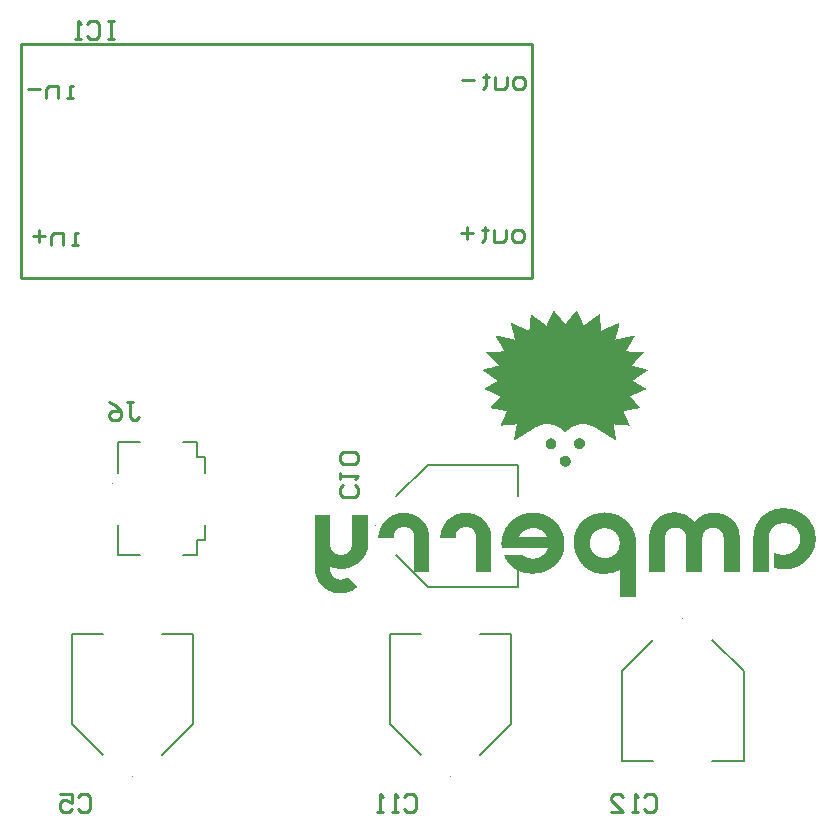
<source format=gbo>
G04*
G04 #@! TF.GenerationSoftware,Altium Limited,Altium Designer,25.8.1 (18)*
G04*
G04 Layer_Color=32896*
%FSLAX44Y44*%
%MOMM*%
G71*
G04*
G04 #@! TF.SameCoordinates,F16540CA-DAB0-446D-89C1-54077F02B76C*
G04*
G04*
G04 #@! TF.FilePolarity,Positive*
G04*
G01*
G75*
%ADD28C,0.2540*%
%ADD56C,0.1000*%
%ADD57C,0.2000*%
%ADD104C,0.0500*%
G36*
X632947Y955174D02*
X633148D01*
Y954572D01*
X633349D01*
Y954171D01*
X633549D01*
Y953769D01*
X633750D01*
Y953368D01*
X633951D01*
Y952967D01*
X634151D01*
Y952566D01*
X634352D01*
Y952164D01*
X634552D01*
Y951763D01*
X634753D01*
Y951362D01*
X634954D01*
Y950960D01*
X635154D01*
Y950559D01*
X635355D01*
Y949957D01*
X635556D01*
Y949556D01*
X635756D01*
Y949154D01*
X635957D01*
Y948753D01*
X636158D01*
Y948352D01*
X636358D01*
Y947951D01*
X636559D01*
Y947348D01*
X636760D01*
Y946947D01*
X636960D01*
Y946546D01*
X637161D01*
Y946145D01*
X637362D01*
Y945743D01*
X637562D01*
Y945141D01*
X637763D01*
Y944740D01*
X637964D01*
Y944339D01*
X638164D01*
Y943938D01*
X638365D01*
Y943335D01*
X638565D01*
Y942934D01*
X638766D01*
Y942533D01*
X638967D01*
Y942734D01*
X639168D01*
Y942934D01*
X639569D01*
Y943135D01*
X639769D01*
Y943335D01*
X639970D01*
Y943536D01*
X640371D01*
Y943737D01*
X640572D01*
Y943938D01*
X640773D01*
Y944138D01*
X641174D01*
Y944339D01*
X641375D01*
Y944539D01*
X641776D01*
Y944740D01*
X641977D01*
Y944941D01*
X642177D01*
Y945141D01*
X642579D01*
Y945342D01*
X642779D01*
Y945543D01*
X642980D01*
Y945743D01*
X643381D01*
Y945944D01*
X643582D01*
Y946145D01*
X643983D01*
Y946345D01*
X644184D01*
Y946546D01*
X644385D01*
Y946747D01*
X644786D01*
Y946947D01*
X644986D01*
Y947148D01*
X645187D01*
Y947348D01*
X645588D01*
Y947549D01*
X645789D01*
Y947750D01*
X646190D01*
Y947951D01*
X646391D01*
Y948151D01*
X646592D01*
Y948352D01*
X646993D01*
Y948552D01*
X647194D01*
Y948753D01*
X647595D01*
Y948954D01*
X647796D01*
Y949154D01*
X648197D01*
Y949355D01*
X648398D01*
Y949556D01*
X648598D01*
Y949756D01*
X648999D01*
Y949957D01*
X649200D01*
Y950158D01*
X649601D01*
Y950358D01*
X649802D01*
Y950559D01*
X650003D01*
Y950760D01*
X650404D01*
Y950960D01*
X650605D01*
Y951161D01*
X651006D01*
Y951362D01*
X651207D01*
Y951562D01*
X651608D01*
Y951763D01*
X651809D01*
Y951964D01*
X652009D01*
Y952164D01*
X652210D01*
Y951362D01*
X652411D01*
Y949154D01*
X652611D01*
Y946947D01*
X652812D01*
Y944740D01*
X653012D01*
Y942132D01*
X653213D01*
Y939523D01*
X653414D01*
Y938119D01*
X653615D01*
Y938319D01*
X654016D01*
Y938520D01*
X654618D01*
Y938720D01*
X655019D01*
Y938921D01*
X655420D01*
Y939122D01*
X656022D01*
Y939322D01*
X656424D01*
Y939523D01*
X656825D01*
Y939724D01*
X657427D01*
Y939924D01*
X657828D01*
Y940125D01*
X658230D01*
Y940326D01*
X658631D01*
Y940526D01*
X659233D01*
Y940727D01*
X659634D01*
Y940928D01*
X660035D01*
Y941128D01*
X660637D01*
Y941329D01*
X661039D01*
Y941530D01*
X661440D01*
Y941730D01*
X662042D01*
Y941931D01*
X662443D01*
Y942132D01*
X662844D01*
Y942332D01*
X663447D01*
Y942533D01*
X663848D01*
Y942734D01*
X664249D01*
Y942934D01*
X664851D01*
Y943135D01*
X665252D01*
Y943335D01*
X665654D01*
Y943536D01*
X666055D01*
Y943737D01*
X666657D01*
Y943938D01*
X667058D01*
Y944138D01*
X667459D01*
Y944339D01*
X668062D01*
Y944539D01*
X668463D01*
Y944740D01*
X668864D01*
Y944941D01*
X669265D01*
Y944339D01*
X669065D01*
Y943536D01*
X668864D01*
Y942734D01*
X668663D01*
Y941931D01*
X668463D01*
Y941329D01*
X668262D01*
Y940526D01*
X668062D01*
Y939724D01*
X667861D01*
Y938921D01*
X667660D01*
Y938119D01*
X667459D01*
Y937517D01*
X667259D01*
Y936714D01*
X667058D01*
Y935911D01*
X666858D01*
Y935109D01*
X666657D01*
Y934306D01*
X666456D01*
Y933503D01*
X666256D01*
Y932701D01*
X666055D01*
Y931898D01*
X665854D01*
Y931096D01*
X665654D01*
Y930694D01*
X666256D01*
Y930895D01*
X667259D01*
Y931096D01*
X668262D01*
Y931296D01*
X669265D01*
Y931497D01*
X670269D01*
Y931698D01*
X671272D01*
Y931898D01*
X672075D01*
Y932099D01*
X673078D01*
Y932300D01*
X674081D01*
Y932500D01*
X675084D01*
Y932701D01*
X676088D01*
Y932902D01*
X677091D01*
Y933102D01*
X677894D01*
Y933303D01*
X678897D01*
Y933503D01*
X679900D01*
Y933704D01*
X680903D01*
Y933905D01*
X681907D01*
Y934106D01*
X682308D01*
Y933704D01*
X682107D01*
Y933303D01*
X681907D01*
Y932902D01*
X681706D01*
Y932701D01*
X681505D01*
Y932300D01*
X681305D01*
Y931898D01*
X681104D01*
Y931698D01*
X680903D01*
Y931296D01*
X680703D01*
Y931096D01*
X680502D01*
Y930694D01*
X680301D01*
Y930293D01*
X680101D01*
Y930092D01*
X679900D01*
Y929691D01*
X679699D01*
Y929290D01*
X679499D01*
Y929089D01*
X679298D01*
Y928688D01*
X679097D01*
Y928287D01*
X678897D01*
Y928086D01*
X678696D01*
Y927685D01*
X678495D01*
Y927283D01*
X678295D01*
Y927083D01*
X678094D01*
Y926681D01*
X677894D01*
Y926280D01*
X677693D01*
Y926079D01*
X677492D01*
Y925678D01*
X677291D01*
Y925277D01*
X677091D01*
Y924875D01*
X676890D01*
Y924675D01*
X676690D01*
Y924274D01*
X676489D01*
Y923872D01*
X676288D01*
Y923671D01*
X676088D01*
Y923270D01*
X675887D01*
Y922869D01*
X675686D01*
Y922668D01*
X675486D01*
Y922267D01*
X675285D01*
Y921866D01*
X675084D01*
Y921464D01*
X674884D01*
Y921264D01*
X674683D01*
Y920862D01*
X674482D01*
Y920662D01*
X677291D01*
Y920461D01*
X690334D01*
Y920060D01*
X690133D01*
Y919859D01*
X689933D01*
Y919659D01*
X689732D01*
Y919458D01*
X689531D01*
Y919257D01*
X689331D01*
Y919056D01*
X689130D01*
Y918856D01*
X688929D01*
Y918655D01*
X688729D01*
Y918455D01*
X688528D01*
Y918254D01*
X688327D01*
Y918053D01*
X688127D01*
Y917853D01*
X687926D01*
Y917652D01*
X687726D01*
Y917251D01*
X687525D01*
Y917050D01*
X687324D01*
Y916849D01*
X687123D01*
Y916649D01*
X686923D01*
Y916448D01*
X686722D01*
Y916247D01*
X686522D01*
Y916047D01*
X686321D01*
Y915846D01*
X686120D01*
Y915645D01*
X685920D01*
Y915445D01*
X685719D01*
Y915244D01*
X685518D01*
Y915043D01*
X685318D01*
Y914843D01*
X685117D01*
Y914642D01*
X684916D01*
Y914442D01*
X684716D01*
Y914241D01*
X684515D01*
Y914040D01*
X684314D01*
Y913839D01*
X684114D01*
Y913639D01*
X683913D01*
Y913438D01*
X683712D01*
Y913238D01*
X683512D01*
Y913037D01*
X683311D01*
Y912836D01*
X683110D01*
Y912636D01*
X682910D01*
Y912435D01*
X682709D01*
Y912234D01*
X682508D01*
Y912034D01*
X682308D01*
Y911632D01*
X682107D01*
Y911432D01*
X681907D01*
Y911231D01*
X681706D01*
Y911030D01*
X681505D01*
Y910830D01*
X681305D01*
Y910629D01*
X681104D01*
Y910428D01*
X680903D01*
Y910228D01*
X680703D01*
Y910027D01*
X680502D01*
Y909827D01*
X680301D01*
Y909626D01*
X680101D01*
Y909425D01*
X679900D01*
Y909224D01*
X679699D01*
Y909024D01*
X679499D01*
Y908823D01*
X679298D01*
Y908623D01*
X679900D01*
Y908422D01*
X680703D01*
Y908221D01*
X681505D01*
Y908021D01*
X682308D01*
Y907820D01*
X683110D01*
Y907619D01*
X683712D01*
Y907419D01*
X684515D01*
Y907218D01*
X685318D01*
Y907017D01*
X686120D01*
Y906817D01*
X686923D01*
Y906616D01*
X687525D01*
Y906415D01*
X688327D01*
Y906215D01*
X689130D01*
Y906014D01*
X689732D01*
Y905813D01*
X690535D01*
Y905613D01*
X691337D01*
Y905412D01*
X691939D01*
Y905211D01*
X692742D01*
Y905011D01*
X693344D01*
Y904810D01*
X693143D01*
Y904610D01*
X692942D01*
Y904409D01*
X692541D01*
Y904208D01*
X692340D01*
Y904007D01*
X691939D01*
Y903807D01*
X691739D01*
Y903606D01*
X691538D01*
Y903406D01*
X691137D01*
Y903205D01*
X690936D01*
Y903004D01*
X690535D01*
Y902804D01*
X690334D01*
Y902603D01*
X689933D01*
Y902402D01*
X689732D01*
Y902202D01*
X689331D01*
Y902001D01*
X689130D01*
Y901800D01*
X688929D01*
Y901600D01*
X688528D01*
Y901399D01*
X688327D01*
Y901198D01*
X687926D01*
Y900998D01*
X687726D01*
Y900797D01*
X687324D01*
Y900596D01*
X687123D01*
Y900396D01*
X686722D01*
Y900195D01*
X686522D01*
Y899995D01*
X686321D01*
Y899794D01*
X685920D01*
Y899593D01*
X685719D01*
Y899392D01*
X685318D01*
Y899192D01*
X685117D01*
Y898991D01*
X684716D01*
Y898791D01*
X684515D01*
Y898590D01*
X684314D01*
Y898389D01*
X683913D01*
Y898189D01*
X683712D01*
Y897988D01*
X683311D01*
Y897787D01*
X683110D01*
Y897587D01*
X682709D01*
Y897386D01*
X682508D01*
Y897185D01*
X682308D01*
Y896985D01*
X681907D01*
Y896784D01*
X681706D01*
Y896583D01*
X681305D01*
Y896383D01*
X681104D01*
Y896182D01*
X680903D01*
Y895981D01*
X680502D01*
Y895580D01*
X680903D01*
Y895379D01*
X681104D01*
Y895179D01*
X681505D01*
Y894978D01*
X681907D01*
Y894778D01*
X682107D01*
Y894577D01*
X682508D01*
Y894376D01*
X682910D01*
Y894176D01*
X683110D01*
Y893975D01*
X683512D01*
Y893774D01*
X683913D01*
Y893574D01*
X684114D01*
Y893373D01*
X684515D01*
Y893172D01*
X684916D01*
Y892972D01*
X685318D01*
Y892771D01*
X685518D01*
Y892570D01*
X685920D01*
Y892370D01*
X686321D01*
Y892169D01*
X686522D01*
Y891968D01*
X686923D01*
Y891768D01*
X687123D01*
Y891567D01*
X687525D01*
Y891366D01*
X687926D01*
Y891166D01*
X688127D01*
Y890965D01*
X688528D01*
Y890764D01*
X688929D01*
Y890564D01*
X689130D01*
Y890363D01*
X689531D01*
Y890163D01*
X689933D01*
Y889962D01*
X690133D01*
Y889761D01*
X690535D01*
Y889561D01*
X690735D01*
Y889360D01*
X691137D01*
Y889159D01*
X691538D01*
Y888959D01*
X691739D01*
Y888557D01*
X691137D01*
Y888357D01*
X690735D01*
Y888156D01*
X690334D01*
Y887955D01*
X689933D01*
Y887755D01*
X689331D01*
Y887554D01*
X688929D01*
Y887353D01*
X688528D01*
Y887153D01*
X688127D01*
Y886952D01*
X687525D01*
Y886751D01*
X687123D01*
Y886551D01*
X686722D01*
Y886350D01*
X686120D01*
Y886149D01*
X685719D01*
Y885949D01*
X685318D01*
Y885748D01*
X684916D01*
Y885547D01*
X684314D01*
Y885347D01*
X683913D01*
Y885146D01*
X683512D01*
Y884946D01*
X683110D01*
Y884745D01*
X682508D01*
Y884544D01*
X682107D01*
Y884344D01*
X681706D01*
Y884143D01*
X681104D01*
Y883942D01*
X680703D01*
Y883742D01*
X680301D01*
Y883541D01*
X679699D01*
Y883340D01*
X679298D01*
Y883140D01*
X678897D01*
Y882939D01*
X678495D01*
Y882738D01*
X677894D01*
Y882538D01*
X678094D01*
Y882337D01*
X678295D01*
Y882136D01*
X678495D01*
Y881735D01*
X678696D01*
Y881534D01*
X678897D01*
Y881334D01*
X679097D01*
Y881133D01*
X679298D01*
Y880932D01*
X679499D01*
Y880732D01*
X679699D01*
Y880531D01*
X679900D01*
Y880331D01*
X680101D01*
Y880130D01*
X680301D01*
Y879729D01*
X680502D01*
Y879528D01*
X680703D01*
Y879327D01*
X680903D01*
Y879127D01*
X681104D01*
Y878926D01*
X681305D01*
Y878725D01*
X681505D01*
Y878525D01*
X681706D01*
Y878324D01*
X681907D01*
Y878123D01*
X682107D01*
Y877722D01*
X682308D01*
Y877521D01*
X682508D01*
Y877321D01*
X682709D01*
Y877120D01*
X682910D01*
Y876919D01*
X683110D01*
Y876719D01*
X683311D01*
Y876518D01*
X683512D01*
Y876317D01*
X683712D01*
Y875916D01*
X683913D01*
Y875715D01*
X684114D01*
Y875515D01*
X684314D01*
Y875314D01*
X684515D01*
Y875114D01*
X684716D01*
Y874913D01*
X684916D01*
Y874712D01*
X685117D01*
Y874311D01*
X685318D01*
Y874110D01*
X685518D01*
Y873910D01*
X685719D01*
Y873709D01*
X685920D01*
Y873508D01*
X686120D01*
Y873308D01*
X686321D01*
Y873107D01*
X686522D01*
Y872706D01*
X685920D01*
Y872505D01*
X684916D01*
Y872304D01*
X683913D01*
Y872104D01*
X682910D01*
Y871903D01*
X681907D01*
Y871702D01*
X680903D01*
Y871502D01*
X679699D01*
Y871301D01*
X678696D01*
Y871100D01*
X677693D01*
Y870900D01*
X676489D01*
Y870699D01*
X675486D01*
Y870499D01*
X674282D01*
Y870298D01*
X673279D01*
Y870097D01*
X672275D01*
Y869897D01*
X672476D01*
Y869495D01*
X672676D01*
Y869094D01*
X672877D01*
Y868693D01*
X673078D01*
Y868291D01*
X673279D01*
Y867689D01*
X673479D01*
Y867288D01*
X673680D01*
Y866887D01*
X673880D01*
Y866486D01*
X674081D01*
Y866084D01*
X674282D01*
Y865683D01*
X674482D01*
Y865282D01*
X674683D01*
Y864880D01*
X674884D01*
Y864278D01*
X675084D01*
Y863877D01*
X675285D01*
Y863476D01*
X675486D01*
Y863074D01*
X675686D01*
Y862673D01*
X675887D01*
Y862272D01*
X676088D01*
Y861670D01*
X676288D01*
Y861268D01*
X676489D01*
Y860867D01*
X676690D01*
Y860466D01*
X676890D01*
Y859864D01*
X677091D01*
Y859463D01*
X677291D01*
Y859061D01*
X677492D01*
Y858660D01*
X677693D01*
Y858259D01*
X677894D01*
Y857857D01*
X675887D01*
Y858058D01*
X673479D01*
Y858259D01*
X670871D01*
Y858459D01*
X668262D01*
Y858660D01*
X665654D01*
Y858861D01*
X664249D01*
Y857857D01*
X664450D01*
Y856654D01*
X664650D01*
Y855450D01*
X664851D01*
Y854246D01*
X665052D01*
Y853242D01*
X665252D01*
Y852038D01*
X665453D01*
Y850835D01*
X665654D01*
Y849430D01*
X665854D01*
Y848226D01*
X666055D01*
Y847022D01*
X666256D01*
Y845818D01*
X666456D01*
Y845417D01*
X666055D01*
Y845618D01*
X665654D01*
Y845818D01*
X665252D01*
Y846019D01*
X664851D01*
Y846219D01*
X664450D01*
Y846420D01*
X664048D01*
Y846621D01*
X663647D01*
Y846822D01*
X663246D01*
Y847022D01*
X662844D01*
Y847223D01*
X662644D01*
Y847423D01*
X662243D01*
Y847624D01*
X661841D01*
Y847825D01*
X661641D01*
Y848025D01*
X661239D01*
Y848226D01*
X660838D01*
Y848427D01*
X660637D01*
Y848627D01*
X660236D01*
Y848828D01*
X659835D01*
Y849029D01*
X659634D01*
Y849229D01*
X659233D01*
Y849430D01*
X659032D01*
Y849631D01*
X658631D01*
Y849831D01*
X658230D01*
Y850032D01*
X658029D01*
Y850233D01*
X657627D01*
Y850433D01*
X657427D01*
Y850634D01*
X657026D01*
Y850835D01*
X656825D01*
Y851035D01*
X656424D01*
Y851236D01*
X656223D01*
Y851436D01*
X655822D01*
Y851637D01*
X655621D01*
Y851838D01*
X655220D01*
Y852038D01*
X654818D01*
Y852239D01*
X654618D01*
Y852440D01*
X654216D01*
Y852640D01*
X654016D01*
Y852841D01*
X653615D01*
Y853042D01*
X653414D01*
Y853242D01*
X653012D01*
Y853443D01*
X652812D01*
Y853644D01*
X652411D01*
Y853844D01*
X652210D01*
Y854045D01*
X651809D01*
Y854246D01*
X651608D01*
Y854446D01*
X651207D01*
Y854647D01*
X650805D01*
Y854848D01*
X650605D01*
Y855048D01*
X650203D01*
Y855249D01*
X649802D01*
Y855450D01*
X649601D01*
Y855650D01*
X649200D01*
Y855851D01*
X648799D01*
Y856051D01*
X648398D01*
Y856252D01*
X647996D01*
Y856453D01*
X647595D01*
Y856654D01*
X647194D01*
Y856854D01*
X646792D01*
Y857055D01*
X646391D01*
Y857255D01*
X645990D01*
Y857456D01*
X645388D01*
Y857657D01*
X644986D01*
Y857857D01*
X644385D01*
Y858058D01*
X643783D01*
Y858259D01*
X643381D01*
Y858459D01*
X642579D01*
Y858660D01*
X641776D01*
Y858861D01*
X640973D01*
Y859061D01*
X635957D01*
Y858861D01*
X634954D01*
Y858660D01*
X633951D01*
Y858459D01*
X633349D01*
Y858259D01*
X632546D01*
Y858058D01*
X631944D01*
Y857857D01*
X631342D01*
Y857657D01*
X630941D01*
Y857456D01*
X630539D01*
Y857255D01*
X629937D01*
Y857055D01*
X629536D01*
Y856854D01*
X629135D01*
Y856654D01*
X628934D01*
Y856453D01*
X628533D01*
Y856252D01*
X628132D01*
Y856051D01*
X627730D01*
Y855851D01*
X627530D01*
Y855650D01*
X627329D01*
Y855450D01*
X626928D01*
Y855249D01*
X626727D01*
Y855048D01*
X626326D01*
Y854848D01*
X626125D01*
Y854647D01*
X625924D01*
Y854446D01*
X625724D01*
Y854246D01*
X625322D01*
Y854045D01*
X625122D01*
Y853844D01*
X624921D01*
Y853644D01*
X624720D01*
Y853443D01*
X624520D01*
Y853242D01*
X624319D01*
Y853042D01*
X624118D01*
Y852841D01*
X623918D01*
Y852640D01*
X623717D01*
Y852440D01*
X623517D01*
Y852239D01*
X623316D01*
Y852038D01*
X622915D01*
Y852239D01*
X622714D01*
Y852440D01*
X622513D01*
Y852640D01*
X622313D01*
Y852841D01*
X622112D01*
Y853042D01*
X621911D01*
Y853242D01*
X621711D01*
Y853443D01*
X621510D01*
Y853644D01*
X621309D01*
Y853844D01*
X621109D01*
Y854045D01*
X620908D01*
Y854246D01*
X620507D01*
Y854446D01*
X620306D01*
Y854647D01*
X620106D01*
Y854848D01*
X619905D01*
Y855048D01*
X619504D01*
Y855249D01*
X619303D01*
Y855450D01*
X619102D01*
Y855650D01*
X618701D01*
Y855851D01*
X618500D01*
Y856051D01*
X618099D01*
Y856252D01*
X617698D01*
Y856453D01*
X617296D01*
Y856654D01*
X617096D01*
Y856854D01*
X616694D01*
Y857055D01*
X616293D01*
Y857255D01*
X615892D01*
Y857456D01*
X615290D01*
Y857657D01*
X614888D01*
Y857857D01*
X614286D01*
Y858058D01*
X613685D01*
Y858259D01*
X612882D01*
Y858459D01*
X612280D01*
Y858660D01*
X611277D01*
Y858861D01*
X610274D01*
Y859061D01*
X605257D01*
Y858861D01*
X604454D01*
Y858660D01*
X603652D01*
Y858459D01*
X602849D01*
Y858259D01*
X602448D01*
Y858058D01*
X601846D01*
Y857857D01*
X601244D01*
Y857657D01*
X600843D01*
Y857456D01*
X600241D01*
Y857255D01*
X599840D01*
Y857055D01*
X599438D01*
Y856854D01*
X599037D01*
Y856654D01*
X598636D01*
Y856453D01*
X598234D01*
Y856252D01*
X597833D01*
Y856051D01*
X597432D01*
Y855851D01*
X597030D01*
Y855650D01*
X596830D01*
Y855450D01*
X596428D01*
Y855249D01*
X596027D01*
Y855048D01*
X595626D01*
Y854848D01*
X595425D01*
Y854647D01*
X595024D01*
Y854446D01*
X594623D01*
Y854246D01*
X594422D01*
Y854045D01*
X594021D01*
Y853844D01*
X593820D01*
Y853644D01*
X593419D01*
Y853443D01*
X593218D01*
Y853242D01*
X592817D01*
Y853042D01*
X592616D01*
Y852841D01*
X592215D01*
Y852640D01*
X592014D01*
Y852440D01*
X591613D01*
Y852239D01*
X591412D01*
Y852038D01*
X591011D01*
Y851838D01*
X590810D01*
Y851637D01*
X590409D01*
Y851436D01*
X590008D01*
Y851236D01*
X589807D01*
Y851035D01*
X589406D01*
Y850835D01*
X589205D01*
Y850634D01*
X588804D01*
Y850433D01*
X588603D01*
Y850233D01*
X588202D01*
Y850032D01*
X588001D01*
Y849831D01*
X587600D01*
Y849631D01*
X587198D01*
Y849430D01*
X586998D01*
Y849229D01*
X586596D01*
Y849029D01*
X586396D01*
Y848828D01*
X585994D01*
Y848627D01*
X585593D01*
Y848427D01*
X585392D01*
Y848226D01*
X584991D01*
Y848025D01*
X584590D01*
Y847825D01*
X584389D01*
Y847624D01*
X583988D01*
Y847423D01*
X583587D01*
Y847223D01*
X583386D01*
Y847022D01*
X582985D01*
Y846822D01*
X582583D01*
Y846621D01*
X582182D01*
Y846420D01*
X581781D01*
Y846219D01*
X581380D01*
Y846019D01*
X580978D01*
Y845818D01*
X580577D01*
Y845618D01*
X580176D01*
Y845417D01*
X579975D01*
Y847022D01*
X580176D01*
Y848226D01*
X580376D01*
Y849430D01*
X580577D01*
Y850634D01*
X580778D01*
Y852038D01*
X580978D01*
Y853242D01*
X581179D01*
Y854246D01*
X581380D01*
Y855450D01*
X581580D01*
Y856654D01*
X581781D01*
Y857857D01*
X581981D01*
Y858861D01*
X580577D01*
Y858660D01*
X577968D01*
Y858459D01*
X575360D01*
Y858259D01*
X572751D01*
Y858058D01*
X570344D01*
Y857857D01*
X568337D01*
Y858259D01*
X568538D01*
Y858660D01*
X568738D01*
Y859061D01*
X568939D01*
Y859463D01*
X569140D01*
Y859864D01*
X569340D01*
Y860466D01*
X569541D01*
Y860867D01*
X569742D01*
Y861268D01*
X569942D01*
Y861670D01*
X570143D01*
Y862071D01*
X570344D01*
Y862673D01*
X570544D01*
Y863074D01*
X570745D01*
Y863476D01*
X570946D01*
Y863877D01*
X571146D01*
Y864278D01*
X571347D01*
Y864680D01*
X571548D01*
Y865282D01*
X571748D01*
Y865683D01*
X571949D01*
Y866084D01*
X572150D01*
Y866486D01*
X572350D01*
Y866887D01*
X572551D01*
Y867288D01*
X572751D01*
Y867689D01*
X572952D01*
Y868091D01*
X573153D01*
Y868693D01*
X573353D01*
Y869094D01*
X573554D01*
Y869495D01*
X573755D01*
Y869897D01*
X573955D01*
Y870097D01*
X572952D01*
Y870298D01*
X571949D01*
Y870499D01*
X570745D01*
Y870699D01*
X569742D01*
Y870900D01*
X568538D01*
Y871100D01*
X567534D01*
Y871301D01*
X566531D01*
Y871502D01*
X565528D01*
Y871702D01*
X564324D01*
Y871903D01*
X563321D01*
Y872104D01*
X562318D01*
Y872304D01*
X561314D01*
Y872505D01*
X560311D01*
Y872706D01*
X559709D01*
Y872906D01*
X559910D01*
Y873308D01*
X560110D01*
Y873508D01*
X560311D01*
Y873709D01*
X560512D01*
Y873910D01*
X560712D01*
Y874110D01*
X560913D01*
Y874311D01*
X561114D01*
Y874512D01*
X561314D01*
Y874913D01*
X561515D01*
Y875114D01*
X561716D01*
Y875314D01*
X561916D01*
Y875515D01*
X562117D01*
Y875715D01*
X562318D01*
Y875916D01*
X562518D01*
Y876117D01*
X562719D01*
Y876518D01*
X562919D01*
Y876719D01*
X563120D01*
Y876919D01*
X563321D01*
Y877120D01*
X563521D01*
Y877321D01*
X563722D01*
Y877521D01*
X563923D01*
Y877722D01*
X564123D01*
Y878123D01*
X564324D01*
Y878324D01*
X564525D01*
Y878525D01*
X564725D01*
Y878725D01*
X564926D01*
Y878926D01*
X565127D01*
Y879127D01*
X565327D01*
Y879327D01*
X565528D01*
Y879528D01*
X565729D01*
Y879729D01*
X565929D01*
Y879929D01*
X566130D01*
Y880331D01*
X566330D01*
Y880531D01*
X566531D01*
Y880732D01*
X566732D01*
Y880932D01*
X566932D01*
Y881133D01*
X567133D01*
Y881334D01*
X567334D01*
Y881534D01*
X567534D01*
Y881735D01*
X567735D01*
Y881936D01*
X567936D01*
Y882337D01*
X568136D01*
Y882538D01*
X568337D01*
Y882738D01*
X567735D01*
Y882939D01*
X567334D01*
Y883140D01*
X566932D01*
Y883340D01*
X566531D01*
Y883541D01*
X565929D01*
Y883742D01*
X565528D01*
Y883942D01*
X565127D01*
Y884143D01*
X564525D01*
Y884344D01*
X564123D01*
Y884544D01*
X563722D01*
Y884745D01*
X563321D01*
Y884946D01*
X562719D01*
Y885146D01*
X562318D01*
Y885347D01*
X561916D01*
Y885547D01*
X561314D01*
Y885748D01*
X560913D01*
Y885949D01*
X560512D01*
Y886149D01*
X560110D01*
Y886350D01*
X559508D01*
Y886551D01*
X559107D01*
Y886751D01*
X558706D01*
Y886952D01*
X558104D01*
Y887153D01*
X557702D01*
Y887353D01*
X557301D01*
Y887554D01*
X556900D01*
Y887755D01*
X556298D01*
Y887955D01*
X555897D01*
Y888156D01*
X555495D01*
Y888357D01*
X555094D01*
Y888557D01*
X554492D01*
Y888959D01*
X554693D01*
Y889159D01*
X555094D01*
Y889360D01*
X555495D01*
Y889561D01*
X555696D01*
Y889761D01*
X556097D01*
Y889962D01*
X556298D01*
Y890163D01*
X556699D01*
Y890363D01*
X557100D01*
Y890564D01*
X557301D01*
Y890764D01*
X557702D01*
Y890965D01*
X558104D01*
Y891166D01*
X558304D01*
Y891366D01*
X558706D01*
Y891567D01*
X559107D01*
Y891768D01*
X559308D01*
Y891968D01*
X559709D01*
Y892169D01*
X560110D01*
Y892370D01*
X560311D01*
Y892570D01*
X560712D01*
Y892771D01*
X561114D01*
Y892972D01*
X561314D01*
Y893172D01*
X561716D01*
Y893373D01*
X562117D01*
Y893574D01*
X562318D01*
Y893774D01*
X562719D01*
Y893975D01*
X563120D01*
Y894176D01*
X563321D01*
Y894376D01*
X563722D01*
Y894577D01*
X564123D01*
Y894778D01*
X564324D01*
Y894978D01*
X564725D01*
Y895179D01*
X565127D01*
Y895379D01*
X565327D01*
Y895580D01*
X565729D01*
Y895981D01*
X565528D01*
Y896182D01*
X565127D01*
Y896383D01*
X564926D01*
Y896583D01*
X564525D01*
Y896784D01*
X564324D01*
Y896985D01*
X563923D01*
Y897185D01*
X563722D01*
Y897386D01*
X563521D01*
Y897587D01*
X563120D01*
Y897787D01*
X562919D01*
Y897988D01*
X562518D01*
Y898189D01*
X562318D01*
Y898389D01*
X561916D01*
Y898590D01*
X561716D01*
Y898791D01*
X561515D01*
Y898991D01*
X561114D01*
Y899192D01*
X560913D01*
Y899392D01*
X560512D01*
Y899593D01*
X560311D01*
Y899794D01*
X559910D01*
Y899995D01*
X559709D01*
Y900195D01*
X559508D01*
Y900396D01*
X559107D01*
Y900596D01*
X558906D01*
Y900797D01*
X558505D01*
Y900998D01*
X558304D01*
Y901198D01*
X557903D01*
Y901399D01*
X557702D01*
Y901600D01*
X557301D01*
Y901800D01*
X557100D01*
Y902001D01*
X556900D01*
Y902202D01*
X556498D01*
Y902402D01*
X556298D01*
Y902603D01*
X555897D01*
Y902804D01*
X555696D01*
Y903004D01*
X555295D01*
Y903205D01*
X555094D01*
Y903406D01*
X554693D01*
Y903606D01*
X554492D01*
Y903807D01*
X554291D01*
Y904007D01*
X553890D01*
Y904208D01*
X553689D01*
Y904409D01*
X553288D01*
Y904610D01*
X553087D01*
Y904810D01*
X552887D01*
Y905011D01*
X553489D01*
Y905211D01*
X554291D01*
Y905412D01*
X554893D01*
Y905613D01*
X555696D01*
Y905813D01*
X556498D01*
Y906014D01*
X557100D01*
Y906215D01*
X557903D01*
Y906415D01*
X558706D01*
Y906616D01*
X559308D01*
Y906817D01*
X560110D01*
Y907017D01*
X560913D01*
Y907218D01*
X561716D01*
Y907419D01*
X562518D01*
Y907619D01*
X563120D01*
Y907820D01*
X563923D01*
Y908021D01*
X564725D01*
Y908221D01*
X565528D01*
Y908422D01*
X566330D01*
Y908623D01*
X566932D01*
Y908823D01*
X566732D01*
Y909024D01*
X566531D01*
Y909224D01*
X566330D01*
Y909425D01*
X566130D01*
Y909626D01*
X565929D01*
Y909827D01*
X565729D01*
Y910027D01*
X565528D01*
Y910228D01*
X565327D01*
Y910428D01*
X565127D01*
Y910629D01*
X564926D01*
Y910830D01*
X564725D01*
Y911030D01*
X564525D01*
Y911231D01*
X564324D01*
Y911432D01*
X564123D01*
Y911833D01*
X563923D01*
Y912034D01*
X563722D01*
Y912234D01*
X563521D01*
Y912435D01*
X563321D01*
Y912636D01*
X563120D01*
Y912836D01*
X562919D01*
Y913037D01*
X562719D01*
Y913238D01*
X562518D01*
Y913438D01*
X562318D01*
Y913639D01*
X562117D01*
Y913839D01*
X561916D01*
Y914040D01*
X561716D01*
Y914241D01*
X561515D01*
Y914442D01*
X561314D01*
Y914642D01*
X561114D01*
Y914843D01*
X560913D01*
Y915043D01*
X560712D01*
Y915244D01*
X560512D01*
Y915445D01*
X560311D01*
Y915645D01*
X560110D01*
Y915846D01*
X559910D01*
Y916047D01*
X559709D01*
Y916247D01*
X559508D01*
Y916448D01*
X559308D01*
Y916649D01*
X559107D01*
Y917050D01*
X558906D01*
Y917251D01*
X558706D01*
Y917451D01*
X558505D01*
Y917652D01*
X558304D01*
Y917853D01*
X558104D01*
Y918053D01*
X557903D01*
Y918254D01*
X557702D01*
Y918455D01*
X557502D01*
Y918655D01*
X557301D01*
Y918856D01*
X557100D01*
Y919056D01*
X556900D01*
Y919257D01*
X556699D01*
Y919458D01*
X556498D01*
Y919659D01*
X556298D01*
Y919859D01*
X556097D01*
Y920060D01*
X555897D01*
Y920461D01*
X568939D01*
Y920662D01*
X571748D01*
Y920862D01*
X571548D01*
Y921264D01*
X571347D01*
Y921665D01*
X571146D01*
Y921866D01*
X570946D01*
Y922267D01*
X570745D01*
Y922668D01*
X570544D01*
Y922869D01*
X570344D01*
Y923270D01*
X570143D01*
Y923671D01*
X569942D01*
Y923872D01*
X569742D01*
Y924274D01*
X569541D01*
Y924675D01*
X569340D01*
Y925076D01*
X569140D01*
Y925277D01*
X568939D01*
Y925678D01*
X568738D01*
Y926079D01*
X568538D01*
Y926280D01*
X568337D01*
Y926681D01*
X568136D01*
Y927083D01*
X567936D01*
Y927283D01*
X567735D01*
Y927685D01*
X567534D01*
Y928086D01*
X567334D01*
Y928287D01*
X567133D01*
Y928688D01*
X566932D01*
Y929089D01*
X566732D01*
Y929290D01*
X566531D01*
Y929691D01*
X566330D01*
Y930092D01*
X566130D01*
Y930293D01*
X565929D01*
Y930694D01*
X565729D01*
Y931096D01*
X565528D01*
Y931296D01*
X565327D01*
Y931698D01*
X565127D01*
Y932099D01*
X564926D01*
Y932300D01*
X564725D01*
Y932701D01*
X564525D01*
Y933102D01*
X564324D01*
Y933303D01*
X564123D01*
Y933704D01*
X563923D01*
Y934106D01*
X564324D01*
Y933905D01*
X565327D01*
Y933704D01*
X566330D01*
Y933503D01*
X567334D01*
Y933303D01*
X568337D01*
Y933102D01*
X569140D01*
Y932902D01*
X570143D01*
Y932701D01*
X571146D01*
Y932500D01*
X572150D01*
Y932300D01*
X573153D01*
Y932099D01*
X574156D01*
Y931898D01*
X575159D01*
Y931698D01*
X575962D01*
Y931497D01*
X576965D01*
Y931296D01*
X577968D01*
Y931096D01*
X578972D01*
Y930895D01*
X579975D01*
Y930694D01*
X580577D01*
Y931296D01*
X580376D01*
Y932099D01*
X580176D01*
Y932701D01*
X579975D01*
Y933503D01*
X579774D01*
Y934306D01*
X579574D01*
Y935109D01*
X579373D01*
Y935911D01*
X579172D01*
Y936714D01*
X578972D01*
Y937517D01*
X578771D01*
Y938119D01*
X578570D01*
Y938921D01*
X578370D01*
Y939724D01*
X578169D01*
Y940526D01*
X577968D01*
Y941329D01*
X577768D01*
Y941931D01*
X577567D01*
Y942734D01*
X577366D01*
Y943536D01*
X577166D01*
Y944339D01*
X576965D01*
Y944941D01*
X577366D01*
Y944740D01*
X577768D01*
Y944539D01*
X578169D01*
Y944339D01*
X578771D01*
Y944138D01*
X579172D01*
Y943938D01*
X579574D01*
Y943737D01*
X580176D01*
Y943536D01*
X580577D01*
Y943335D01*
X580978D01*
Y943135D01*
X581380D01*
Y942934D01*
X581981D01*
Y942734D01*
X582383D01*
Y942533D01*
X582784D01*
Y942332D01*
X583386D01*
Y942132D01*
X583787D01*
Y941931D01*
X584189D01*
Y941730D01*
X584791D01*
Y941530D01*
X585192D01*
Y941329D01*
X585593D01*
Y941128D01*
X586195D01*
Y940928D01*
X586596D01*
Y940727D01*
X586998D01*
Y940526D01*
X587600D01*
Y940326D01*
X588001D01*
Y940125D01*
X588402D01*
Y939924D01*
X589004D01*
Y939724D01*
X589406D01*
Y939523D01*
X589807D01*
Y939322D01*
X590208D01*
Y939122D01*
X590810D01*
Y938921D01*
X591212D01*
Y938720D01*
X591613D01*
Y938520D01*
X592215D01*
Y938319D01*
X592616D01*
Y938119D01*
X592817D01*
Y939523D01*
X593017D01*
Y941931D01*
X593218D01*
Y944539D01*
X593419D01*
Y946747D01*
X593619D01*
Y948954D01*
X593820D01*
Y951161D01*
X594021D01*
Y952164D01*
X594221D01*
Y951964D01*
X594422D01*
Y951763D01*
X594823D01*
Y951562D01*
X595024D01*
Y951362D01*
X595224D01*
Y951161D01*
X595626D01*
Y950960D01*
X595826D01*
Y950760D01*
X596228D01*
Y950559D01*
X596428D01*
Y950358D01*
X596629D01*
Y950158D01*
X597030D01*
Y949957D01*
X597231D01*
Y949756D01*
X597632D01*
Y949556D01*
X597833D01*
Y949355D01*
X598034D01*
Y949154D01*
X598435D01*
Y948954D01*
X598636D01*
Y948753D01*
X599037D01*
Y948552D01*
X599238D01*
Y948352D01*
X599639D01*
Y948151D01*
X599840D01*
Y947951D01*
X600040D01*
Y947750D01*
X600442D01*
Y947549D01*
X600642D01*
Y947348D01*
X601044D01*
Y947148D01*
X601244D01*
Y946947D01*
X601445D01*
Y946747D01*
X601846D01*
Y946546D01*
X602047D01*
Y946345D01*
X602247D01*
Y946145D01*
X602649D01*
Y945944D01*
X602849D01*
Y945743D01*
X603251D01*
Y945543D01*
X603451D01*
Y945342D01*
X603652D01*
Y945141D01*
X604053D01*
Y944941D01*
X604254D01*
Y944740D01*
X604454D01*
Y944539D01*
X604856D01*
Y944339D01*
X605056D01*
Y944138D01*
X605458D01*
Y943938D01*
X605658D01*
Y943737D01*
X605859D01*
Y943536D01*
X606260D01*
Y943335D01*
X606461D01*
Y943135D01*
X606662D01*
Y942934D01*
X607063D01*
Y942734D01*
X607264D01*
Y942533D01*
X607464D01*
Y942934D01*
X607665D01*
Y943335D01*
X607866D01*
Y943938D01*
X608066D01*
Y944339D01*
X608267D01*
Y944740D01*
X608468D01*
Y945141D01*
X608668D01*
Y945543D01*
X608869D01*
Y946145D01*
X609070D01*
Y946546D01*
X609270D01*
Y946947D01*
X609471D01*
Y947348D01*
X609672D01*
Y947750D01*
X609872D01*
Y948352D01*
X610073D01*
Y948753D01*
X610274D01*
Y949154D01*
X610474D01*
Y949556D01*
X610675D01*
Y949957D01*
X610875D01*
Y950358D01*
X611076D01*
Y950760D01*
X611277D01*
Y951362D01*
X611477D01*
Y951763D01*
X611678D01*
Y952164D01*
X611879D01*
Y952566D01*
X612079D01*
Y952967D01*
X612280D01*
Y953368D01*
X612481D01*
Y953769D01*
X612681D01*
Y954171D01*
X612882D01*
Y954572D01*
X613083D01*
Y954973D01*
X613283D01*
Y955375D01*
X613484D01*
Y955174D01*
X613685D01*
Y954973D01*
X613885D01*
Y954773D01*
X614086D01*
Y954572D01*
X614286D01*
Y954171D01*
X614487D01*
Y953970D01*
X614688D01*
Y953769D01*
X614888D01*
Y953569D01*
X615089D01*
Y953368D01*
X615290D01*
Y953167D01*
X615490D01*
Y952766D01*
X615691D01*
Y952566D01*
X615892D01*
Y952365D01*
X616092D01*
Y952164D01*
X616293D01*
Y951964D01*
X616494D01*
Y951763D01*
X616694D01*
Y951362D01*
X616895D01*
Y951161D01*
X617096D01*
Y950960D01*
X617296D01*
Y950760D01*
X617497D01*
Y950559D01*
X617698D01*
Y950358D01*
X617898D01*
Y949957D01*
X618099D01*
Y949756D01*
X618300D01*
Y949556D01*
X618500D01*
Y949355D01*
X618701D01*
Y949154D01*
X618902D01*
Y948753D01*
X619102D01*
Y948552D01*
X619303D01*
Y948352D01*
X619504D01*
Y948151D01*
X619704D01*
Y947951D01*
X619905D01*
Y947549D01*
X620106D01*
Y947348D01*
X620306D01*
Y947148D01*
X620507D01*
Y946947D01*
X620707D01*
Y946747D01*
X620908D01*
Y946345D01*
X621109D01*
Y946145D01*
X621309D01*
Y945944D01*
X621510D01*
Y945743D01*
X621711D01*
Y945543D01*
X621911D01*
Y945141D01*
X622112D01*
Y944941D01*
X622313D01*
Y944740D01*
X622513D01*
Y944539D01*
X622714D01*
Y944138D01*
X622915D01*
Y943938D01*
X623316D01*
Y944138D01*
X623517D01*
Y944539D01*
X623717D01*
Y944740D01*
X623918D01*
Y944941D01*
X624118D01*
Y945141D01*
X624319D01*
Y945543D01*
X624520D01*
Y945743D01*
X624720D01*
Y945944D01*
X624921D01*
Y946145D01*
X625122D01*
Y946345D01*
X625322D01*
Y946747D01*
X625523D01*
Y946947D01*
X625724D01*
Y947148D01*
X625924D01*
Y947348D01*
X626125D01*
Y947549D01*
X626326D01*
Y947951D01*
X626526D01*
Y948151D01*
X626727D01*
Y948352D01*
X626928D01*
Y948552D01*
X627128D01*
Y948753D01*
X627329D01*
Y949154D01*
X627530D01*
Y949355D01*
X627730D01*
Y949556D01*
X627931D01*
Y949756D01*
X628132D01*
Y949957D01*
X628332D01*
Y950358D01*
X628533D01*
Y950559D01*
X628733D01*
Y950760D01*
X628934D01*
Y950960D01*
X629135D01*
Y951161D01*
X629336D01*
Y951362D01*
X629536D01*
Y951763D01*
X629737D01*
Y951964D01*
X629937D01*
Y952164D01*
X630138D01*
Y952365D01*
X630339D01*
Y952566D01*
X630539D01*
Y952766D01*
X630740D01*
Y953167D01*
X630941D01*
Y953368D01*
X631141D01*
Y953569D01*
X631342D01*
Y953769D01*
X631543D01*
Y953970D01*
X631743D01*
Y954171D01*
X631944D01*
Y954572D01*
X632145D01*
Y954773D01*
X632345D01*
Y954973D01*
X632546D01*
Y955174D01*
X632747D01*
Y955375D01*
X632947D01*
Y955174D01*
D02*
G37*
G36*
X636158Y846822D02*
X636960D01*
Y846621D01*
X637362D01*
Y846420D01*
X637763D01*
Y846219D01*
X637964D01*
Y846019D01*
X638365D01*
Y845818D01*
X638565D01*
Y845618D01*
X638766D01*
Y845216D01*
X638967D01*
Y845016D01*
X639168D01*
Y844614D01*
X639368D01*
Y844414D01*
X639569D01*
Y843812D01*
X639769D01*
Y842608D01*
X639970D01*
Y842206D01*
X639769D01*
Y841203D01*
X639569D01*
Y840601D01*
X639368D01*
Y840200D01*
X639168D01*
Y839799D01*
X638967D01*
Y839598D01*
X638766D01*
Y839397D01*
X638565D01*
Y839197D01*
X638365D01*
Y838996D01*
X638164D01*
Y838795D01*
X637964D01*
Y838595D01*
X637562D01*
Y838394D01*
X637161D01*
Y838193D01*
X636559D01*
Y837993D01*
X635355D01*
Y837792D01*
X634954D01*
Y837993D01*
X633750D01*
Y838193D01*
X633148D01*
Y838394D01*
X632747D01*
Y838595D01*
X632546D01*
Y838795D01*
X632145D01*
Y838996D01*
X631944D01*
Y839197D01*
X631743D01*
Y839397D01*
X631543D01*
Y839598D01*
X631342D01*
Y839999D01*
X631141D01*
Y840401D01*
X630941D01*
Y840802D01*
X630740D01*
Y841404D01*
X630539D01*
Y843611D01*
X630740D01*
Y844213D01*
X630941D01*
Y844614D01*
X631141D01*
Y845016D01*
X631342D01*
Y845216D01*
X631543D01*
Y845417D01*
X631743D01*
Y845618D01*
X631944D01*
Y845818D01*
X632145D01*
Y846019D01*
X632345D01*
Y846219D01*
X632546D01*
Y846420D01*
X632947D01*
Y846621D01*
X633349D01*
Y846822D01*
X634151D01*
Y847022D01*
X636158D01*
Y846822D01*
D02*
G37*
G36*
X612079D02*
X612882D01*
Y846621D01*
X613283D01*
Y846420D01*
X613685D01*
Y846219D01*
X613885D01*
Y846019D01*
X614086D01*
Y845818D01*
X614286D01*
Y845618D01*
X614487D01*
Y845417D01*
X614688D01*
Y845216D01*
X614888D01*
Y845016D01*
X615089D01*
Y844614D01*
X615290D01*
Y844213D01*
X615490D01*
Y843611D01*
X615691D01*
Y841203D01*
X615490D01*
Y840601D01*
X615290D01*
Y840200D01*
X615089D01*
Y839999D01*
X614888D01*
Y839598D01*
X614688D01*
Y839397D01*
X614487D01*
Y839197D01*
X614286D01*
Y838996D01*
X614086D01*
Y838795D01*
X613685D01*
Y838595D01*
X613484D01*
Y838394D01*
X613083D01*
Y838193D01*
X612481D01*
Y837993D01*
X611277D01*
Y837792D01*
X610875D01*
Y837993D01*
X609672D01*
Y838193D01*
X609070D01*
Y838394D01*
X608668D01*
Y838595D01*
X608267D01*
Y838795D01*
X608066D01*
Y838996D01*
X607866D01*
Y839197D01*
X607665D01*
Y839397D01*
X607464D01*
Y839598D01*
X607264D01*
Y839799D01*
X607063D01*
Y840200D01*
X606862D01*
Y840601D01*
X606662D01*
Y841203D01*
X606461D01*
Y841404D01*
Y841605D01*
Y843812D01*
X606662D01*
Y844414D01*
X606862D01*
Y844614D01*
X607063D01*
Y845016D01*
X607264D01*
Y845216D01*
X607464D01*
Y845618D01*
X607665D01*
Y845818D01*
X608066D01*
Y846019D01*
X608267D01*
Y846219D01*
X608468D01*
Y846420D01*
X608869D01*
Y846621D01*
X609270D01*
Y846822D01*
X610073D01*
Y847022D01*
X612079D01*
Y846822D01*
D02*
G37*
G36*
X624118Y831973D02*
X624720D01*
Y831773D01*
X625322D01*
Y831572D01*
X625523D01*
Y831371D01*
X625924D01*
Y831171D01*
X626125D01*
Y830970D01*
X626326D01*
Y830769D01*
X626526D01*
Y830569D01*
X626727D01*
Y830368D01*
X626928D01*
Y830167D01*
X627128D01*
Y829766D01*
X627329D01*
Y829365D01*
X627530D01*
Y828763D01*
X627730D01*
Y826355D01*
X627530D01*
Y825753D01*
X627329D01*
Y825352D01*
X627128D01*
Y824950D01*
X626928D01*
Y824750D01*
X626727D01*
Y824549D01*
X626526D01*
Y824348D01*
X626326D01*
Y824148D01*
X626125D01*
Y823947D01*
X625924D01*
Y823746D01*
X625523D01*
Y823546D01*
X625122D01*
Y823345D01*
X624520D01*
Y823145D01*
X623717D01*
Y822944D01*
X622513D01*
Y823145D01*
X621711D01*
Y823345D01*
X621109D01*
Y823546D01*
X620707D01*
Y823746D01*
X620306D01*
Y823947D01*
X620106D01*
Y824148D01*
X619905D01*
Y824348D01*
X619704D01*
Y824549D01*
X619504D01*
Y824750D01*
X619303D01*
Y824950D01*
X619102D01*
Y825352D01*
X618902D01*
Y825753D01*
X618701D01*
Y826355D01*
X618500D01*
Y828763D01*
X618701D01*
Y829365D01*
X618902D01*
Y829766D01*
X619102D01*
Y830167D01*
X619303D01*
Y830368D01*
X619504D01*
Y830569D01*
X619704D01*
Y830769D01*
X619905D01*
Y830970D01*
X620106D01*
Y831171D01*
X620306D01*
Y831371D01*
X620707D01*
Y831572D01*
X621109D01*
Y831773D01*
X621510D01*
Y831973D01*
X622313D01*
Y832174D01*
X624118D01*
Y831973D01*
D02*
G37*
G36*
X810926Y787629D02*
X812933D01*
Y787428D01*
X813936D01*
Y787228D01*
X814939D01*
Y787027D01*
X815742D01*
Y786826D01*
X816344D01*
Y786626D01*
X817147D01*
Y786425D01*
X817748D01*
Y786224D01*
X818150D01*
Y786024D01*
X818752D01*
Y785823D01*
X819153D01*
Y785622D01*
X819755D01*
Y785422D01*
X820156D01*
Y785221D01*
X820558D01*
Y785021D01*
X820959D01*
Y784820D01*
X821360D01*
Y784619D01*
X821761D01*
Y784418D01*
X822163D01*
Y784218D01*
X822364D01*
Y784017D01*
X822765D01*
Y783817D01*
X822965D01*
Y783616D01*
X823367D01*
Y783415D01*
X823768D01*
Y783215D01*
X823969D01*
Y783014D01*
X824370D01*
Y782813D01*
X824571D01*
Y782613D01*
X824771D01*
Y782412D01*
X825173D01*
Y782211D01*
X825373D01*
Y782011D01*
X825574D01*
Y781810D01*
X825775D01*
Y781609D01*
X826176D01*
Y781409D01*
X826376D01*
Y781208D01*
X826577D01*
Y781007D01*
X826778D01*
Y780807D01*
X826979D01*
Y780606D01*
X827179D01*
Y780405D01*
X827380D01*
Y780205D01*
X827580D01*
Y780004D01*
X827781D01*
Y779803D01*
X827982D01*
Y779603D01*
X828182D01*
Y779402D01*
X828383D01*
Y779202D01*
X828584D01*
Y779001D01*
X828784D01*
Y778800D01*
X828985D01*
Y778600D01*
X829186D01*
Y778198D01*
X829386D01*
Y777998D01*
X829587D01*
Y777797D01*
X829788D01*
Y777596D01*
X829988D01*
Y777195D01*
X830189D01*
Y776994D01*
X830390D01*
Y776794D01*
X830590D01*
Y776392D01*
X830791D01*
Y776192D01*
X830992D01*
Y775790D01*
X831192D01*
Y775590D01*
X831393D01*
Y775188D01*
X831593D01*
Y774787D01*
X831794D01*
Y774586D01*
X831995D01*
Y774185D01*
X832196D01*
Y773784D01*
X832396D01*
Y773383D01*
X832597D01*
Y772981D01*
X832797D01*
Y772580D01*
X832998D01*
Y772179D01*
X833199D01*
Y771777D01*
X833399D01*
Y771175D01*
X833600D01*
Y770573D01*
X833801D01*
Y770172D01*
X834001D01*
Y769570D01*
X834202D01*
Y768768D01*
X834403D01*
Y767965D01*
X834603D01*
Y767162D01*
X834804D01*
Y765958D01*
X835005D01*
Y764754D01*
X835205D01*
Y759337D01*
X835005D01*
Y758133D01*
X834804D01*
Y756728D01*
X834603D01*
Y755926D01*
X834403D01*
Y755324D01*
X834202D01*
Y754521D01*
X834001D01*
Y753919D01*
X833801D01*
Y753317D01*
X833600D01*
Y752916D01*
X833399D01*
Y752314D01*
X833199D01*
Y751913D01*
X832998D01*
Y751511D01*
X832797D01*
Y751110D01*
X832597D01*
Y750709D01*
X832396D01*
Y750107D01*
X832196D01*
Y749706D01*
X831995D01*
Y749505D01*
X831794D01*
Y749104D01*
X831593D01*
Y748903D01*
X831393D01*
Y748502D01*
X831192D01*
Y748100D01*
X830992D01*
Y747900D01*
X830791D01*
Y747498D01*
X830590D01*
Y747298D01*
X830390D01*
Y747097D01*
X830189D01*
Y746696D01*
X829988D01*
Y746495D01*
X829788D01*
Y746294D01*
X829587D01*
Y745893D01*
X829386D01*
Y745693D01*
X829186D01*
Y745492D01*
X828985D01*
Y745291D01*
X828784D01*
Y745090D01*
X828584D01*
Y744890D01*
X828383D01*
Y744689D01*
X828182D01*
Y744288D01*
X827982D01*
Y744087D01*
X827781D01*
Y743887D01*
X827580D01*
Y743686D01*
X827380D01*
Y743485D01*
X827179D01*
Y743285D01*
X826778D01*
Y743084D01*
X826577D01*
Y742883D01*
X826376D01*
Y742683D01*
X826176D01*
Y742482D01*
X825975D01*
Y742281D01*
X825775D01*
Y742081D01*
X825574D01*
Y741880D01*
X825173D01*
Y741679D01*
X824972D01*
Y741479D01*
X824571D01*
Y741278D01*
X824370D01*
Y741077D01*
X824169D01*
Y740877D01*
X823768D01*
Y740676D01*
X823567D01*
Y740475D01*
X823166D01*
Y740275D01*
X822965D01*
Y740074D01*
X822564D01*
Y739874D01*
X822163D01*
Y739673D01*
X821962D01*
Y739472D01*
X821561D01*
Y739272D01*
X821160D01*
Y739071D01*
X820758D01*
Y738870D01*
X820357D01*
Y738670D01*
X819956D01*
Y738469D01*
X819354D01*
Y738268D01*
X818952D01*
Y738068D01*
X818350D01*
Y737867D01*
X817949D01*
Y737666D01*
X817347D01*
Y737466D01*
X816745D01*
Y737265D01*
X815943D01*
Y737064D01*
X815140D01*
Y736864D01*
X814337D01*
Y736663D01*
X813133D01*
Y736462D01*
X811929D01*
Y736262D01*
X805709D01*
Y736462D01*
X804305D01*
Y736663D01*
X803301D01*
Y736864D01*
X802298D01*
Y737064D01*
X801496D01*
Y737265D01*
X800894D01*
Y737466D01*
X800292D01*
Y737666D01*
X799690D01*
Y737867D01*
X799489D01*
Y739673D01*
Y739874D01*
Y750307D01*
X799890D01*
Y750107D01*
X800292D01*
Y749906D01*
X800894D01*
Y749706D01*
X801496D01*
Y749505D01*
X802098D01*
Y749304D01*
X802700D01*
Y749104D01*
X803703D01*
Y748903D01*
X804706D01*
Y748702D01*
X806913D01*
Y748502D01*
X808318D01*
Y748702D01*
X810324D01*
Y748903D01*
X811328D01*
Y749104D01*
X812130D01*
Y749304D01*
X812732D01*
Y749505D01*
X813334D01*
Y749706D01*
X813735D01*
Y749906D01*
X814137D01*
Y750107D01*
X814739D01*
Y750307D01*
X814939D01*
Y750508D01*
X815341D01*
Y750709D01*
X815742D01*
Y750910D01*
X816143D01*
Y751110D01*
X816344D01*
Y751311D01*
X816544D01*
Y751511D01*
X816946D01*
Y751712D01*
X817147D01*
Y751913D01*
X817347D01*
Y752113D01*
X817748D01*
Y752314D01*
X817949D01*
Y752515D01*
X818150D01*
Y752715D01*
X818350D01*
Y752916D01*
X818551D01*
Y753117D01*
X818752D01*
Y753317D01*
X818952D01*
Y753518D01*
X819153D01*
Y753719D01*
X819354D01*
Y754120D01*
X819554D01*
Y754321D01*
X819755D01*
Y754521D01*
X819956D01*
Y754922D01*
X820156D01*
Y755324D01*
X820357D01*
Y755525D01*
X820558D01*
Y755926D01*
X820758D01*
Y756327D01*
X820959D01*
Y756728D01*
X821160D01*
Y757130D01*
X821360D01*
Y757732D01*
X821561D01*
Y758334D01*
X821761D01*
Y759136D01*
X821962D01*
Y760139D01*
X822163D01*
Y763751D01*
X821962D01*
Y764955D01*
X821761D01*
Y765758D01*
X821561D01*
Y766360D01*
X821360D01*
Y766962D01*
X821160D01*
Y767363D01*
X820959D01*
Y767764D01*
X820758D01*
Y768166D01*
X820558D01*
Y768567D01*
X820357D01*
Y768768D01*
X820156D01*
Y769169D01*
X819956D01*
Y769370D01*
X819755D01*
Y769771D01*
X819554D01*
Y769971D01*
X819354D01*
Y770172D01*
X819153D01*
Y770373D01*
X818952D01*
Y770774D01*
X818752D01*
Y770975D01*
X818551D01*
Y771175D01*
X818350D01*
Y771376D01*
X818150D01*
Y771577D01*
X817949D01*
Y771777D01*
X817548D01*
Y771978D01*
X817347D01*
Y772179D01*
X817147D01*
Y772379D01*
X816946D01*
Y772580D01*
X816544D01*
Y772781D01*
X816344D01*
Y772981D01*
X815943D01*
Y773182D01*
X815541D01*
Y773383D01*
X815341D01*
Y773583D01*
X814939D01*
Y773784D01*
X814538D01*
Y773985D01*
X813936D01*
Y774185D01*
X813535D01*
Y774386D01*
X812732D01*
Y774586D01*
X812130D01*
Y774787D01*
X811127D01*
Y774988D01*
X808719D01*
Y775188D01*
X808117D01*
Y774988D01*
X805709D01*
Y774787D01*
X804706D01*
Y774586D01*
X803903D01*
Y774386D01*
X803301D01*
Y774185D01*
X802700D01*
Y773985D01*
X802098D01*
Y773784D01*
X801696D01*
Y773583D01*
X801295D01*
Y773383D01*
X800894D01*
Y773182D01*
X800693D01*
Y772981D01*
X800292D01*
Y772781D01*
X800091D01*
Y772580D01*
X799890D01*
Y772379D01*
X799489D01*
Y772179D01*
X799288D01*
Y771978D01*
X799088D01*
Y771777D01*
X798887D01*
Y771577D01*
X798687D01*
Y771376D01*
X798486D01*
Y770975D01*
X798285D01*
Y770774D01*
X798084D01*
Y770573D01*
X797884D01*
Y770172D01*
X797683D01*
Y769971D01*
X797483D01*
Y769570D01*
X797282D01*
Y769169D01*
X797081D01*
Y768768D01*
X796881D01*
Y768366D01*
X796680D01*
Y767965D01*
X796479D01*
Y767363D01*
X796279D01*
Y766761D01*
X796078D01*
Y766159D01*
X795877D01*
Y765357D01*
X795677D01*
Y764153D01*
X795476D01*
Y762547D01*
X795275D01*
Y733854D01*
X795075D01*
Y733653D01*
X782233D01*
Y763149D01*
X782434D01*
Y764754D01*
X782634D01*
Y766360D01*
X782835D01*
Y767363D01*
X783036D01*
Y768366D01*
X783236D01*
Y769169D01*
X783437D01*
Y769971D01*
X783637D01*
Y770573D01*
X783838D01*
Y771175D01*
X784039D01*
Y771777D01*
X784240D01*
Y772379D01*
X784440D01*
Y772781D01*
X784641D01*
Y773182D01*
X784841D01*
Y773784D01*
X785042D01*
Y774185D01*
X785243D01*
Y774586D01*
X785443D01*
Y774988D01*
X785644D01*
Y775389D01*
X785845D01*
Y775590D01*
X786045D01*
Y775991D01*
X786246D01*
Y776392D01*
X786447D01*
Y776593D01*
X786647D01*
Y776994D01*
X786848D01*
Y777396D01*
X787049D01*
Y777596D01*
X787249D01*
Y777797D01*
X787450D01*
Y778198D01*
X787651D01*
Y778399D01*
X787851D01*
Y778600D01*
X788052D01*
Y778800D01*
X788252D01*
Y779202D01*
X788453D01*
Y779402D01*
X788654D01*
Y779603D01*
X788855D01*
Y779803D01*
X789055D01*
Y780004D01*
X789256D01*
Y780205D01*
X789456D01*
Y780405D01*
X789657D01*
Y780606D01*
X789858D01*
Y780807D01*
X790058D01*
Y781007D01*
X790259D01*
Y781208D01*
X790460D01*
Y781409D01*
X790660D01*
Y781609D01*
X790861D01*
Y781810D01*
X791062D01*
Y782011D01*
X791262D01*
Y782211D01*
X791664D01*
Y782412D01*
X791864D01*
Y782613D01*
X792065D01*
Y782813D01*
X792266D01*
Y783014D01*
X792667D01*
Y783215D01*
X792868D01*
Y783415D01*
X793269D01*
Y783616D01*
X793469D01*
Y783817D01*
X793871D01*
Y784017D01*
X794071D01*
Y784218D01*
X794473D01*
Y784418D01*
X794874D01*
Y784619D01*
X795275D01*
Y784820D01*
X795476D01*
Y785021D01*
X796078D01*
Y785221D01*
X796479D01*
Y785422D01*
X796881D01*
Y785622D01*
X797282D01*
Y785823D01*
X797884D01*
Y786024D01*
X798285D01*
Y786224D01*
X798887D01*
Y786425D01*
X799489D01*
Y786626D01*
X800091D01*
Y786826D01*
X800894D01*
Y787027D01*
X801696D01*
Y787228D01*
X802700D01*
Y787428D01*
X803703D01*
Y787629D01*
X805308D01*
Y787830D01*
X810926D01*
Y787629D01*
D02*
G37*
G36*
X456373Y756528D02*
X456172D01*
Y754722D01*
X455971D01*
Y753518D01*
X455771D01*
Y752715D01*
X455570D01*
Y752113D01*
X455369D01*
Y751311D01*
X455169D01*
Y750910D01*
X454968D01*
Y750508D01*
X454768D01*
Y749906D01*
X454567D01*
Y749505D01*
X454366D01*
Y749104D01*
X454166D01*
Y748702D01*
X453965D01*
Y748301D01*
X453764D01*
Y747900D01*
X453564D01*
Y747498D01*
X453363D01*
Y747298D01*
X453162D01*
Y746896D01*
X452962D01*
Y746696D01*
X452761D01*
Y746294D01*
X452560D01*
Y746094D01*
X452360D01*
Y745893D01*
X452159D01*
Y745492D01*
X451958D01*
Y745291D01*
X451758D01*
Y745090D01*
X451557D01*
Y744890D01*
X451357D01*
Y744489D01*
X451156D01*
Y744288D01*
X450955D01*
Y744087D01*
X450755D01*
Y743887D01*
X450554D01*
Y743686D01*
X450353D01*
Y743485D01*
X450153D01*
Y743285D01*
X449952D01*
Y743084D01*
X449751D01*
Y742883D01*
X449551D01*
Y742683D01*
X449350D01*
Y742482D01*
X448949D01*
Y742281D01*
X448748D01*
Y742081D01*
X448547D01*
Y741880D01*
X448347D01*
Y741679D01*
X448146D01*
Y741479D01*
X447745D01*
Y741278D01*
X447544D01*
Y741077D01*
X447143D01*
Y740877D01*
X446942D01*
Y740676D01*
X446541D01*
Y740475D01*
X446340D01*
Y740275D01*
X445939D01*
Y740074D01*
X445738D01*
Y739874D01*
X445337D01*
Y739673D01*
X444936D01*
Y739472D01*
X444534D01*
Y739272D01*
X444133D01*
Y739071D01*
X443732D01*
Y738870D01*
X443330D01*
Y738670D01*
X442929D01*
Y738469D01*
X442327D01*
Y738268D01*
X441926D01*
Y738068D01*
X441324D01*
Y737867D01*
X440722D01*
Y737666D01*
X440120D01*
Y737466D01*
X439117D01*
Y737265D01*
X438314D01*
Y737064D01*
X437110D01*
Y736864D01*
X435706D01*
Y736663D01*
X430890D01*
Y736864D01*
X429485D01*
Y737064D01*
X428281D01*
Y737265D01*
X427479D01*
Y737466D01*
X426676D01*
Y737666D01*
X425874D01*
Y737867D01*
X425472D01*
Y738068D01*
X424870D01*
Y738268D01*
X424268D01*
Y734055D01*
X424469D01*
Y733252D01*
X424670D01*
Y732650D01*
X424870D01*
Y732249D01*
X425071D01*
Y732048D01*
X425272D01*
Y731647D01*
X425472D01*
Y731245D01*
X425673D01*
Y731045D01*
X425874D01*
Y730643D01*
X426074D01*
Y730443D01*
X426275D01*
Y730242D01*
X426475D01*
Y730042D01*
X426676D01*
Y729841D01*
X426877D01*
Y729640D01*
X427077D01*
Y729440D01*
X427278D01*
Y729239D01*
X427679D01*
Y729038D01*
X427880D01*
Y728838D01*
X428081D01*
Y728637D01*
X428482D01*
Y728436D01*
X428883D01*
Y728236D01*
X429285D01*
Y728035D01*
X429887D01*
Y727834D01*
X430489D01*
Y727634D01*
X431492D01*
Y727433D01*
X433900D01*
Y727634D01*
X434903D01*
Y727834D01*
X435505D01*
Y728035D01*
X436107D01*
Y728236D01*
X436508D01*
Y728436D01*
X436909D01*
Y728637D01*
X437311D01*
Y728838D01*
X437511D01*
Y729038D01*
X437913D01*
Y729239D01*
X438113D01*
Y729440D01*
X438314D01*
Y729640D01*
X438515D01*
Y729440D01*
X438715D01*
Y729239D01*
X438916D01*
Y729038D01*
X439317D01*
Y728838D01*
X439518D01*
Y728637D01*
X439719D01*
Y728436D01*
X439919D01*
Y728236D01*
X440120D01*
Y728035D01*
X440321D01*
Y727834D01*
X440521D01*
Y727634D01*
X440722D01*
Y727433D01*
X440923D01*
Y727232D01*
X441123D01*
Y727032D01*
X441324D01*
Y726831D01*
X441525D01*
Y726630D01*
X441725D01*
Y726430D01*
X441926D01*
Y726229D01*
X442126D01*
Y726029D01*
X442327D01*
Y725828D01*
X442528D01*
Y725627D01*
X442728D01*
Y725427D01*
X442929D01*
Y725226D01*
X443130D01*
Y725025D01*
X443330D01*
Y724825D01*
X443531D01*
Y724624D01*
X443732D01*
Y724423D01*
X443932D01*
Y724223D01*
X444133D01*
Y724022D01*
X444334D01*
Y723821D01*
X444534D01*
Y723621D01*
X444735D01*
Y723420D01*
X444936D01*
Y723219D01*
X445136D01*
Y723019D01*
X445337D01*
Y722818D01*
X445537D01*
Y722617D01*
X445738D01*
Y722417D01*
X445939D01*
Y722216D01*
X446139D01*
Y722016D01*
X446340D01*
Y721815D01*
X446541D01*
Y721614D01*
X446741D01*
Y721413D01*
X446942D01*
Y721213D01*
X447143D01*
Y721012D01*
X446942D01*
Y720811D01*
X446541D01*
Y720611D01*
X446340D01*
Y720410D01*
X446139D01*
Y720210D01*
X445939D01*
Y720009D01*
X445537D01*
Y719808D01*
X445337D01*
Y719608D01*
X445136D01*
Y719407D01*
X444735D01*
Y719206D01*
X444334D01*
Y719006D01*
X444133D01*
Y718805D01*
X443732D01*
Y718604D01*
X443330D01*
Y718404D01*
X443130D01*
Y718203D01*
X442728D01*
Y718002D01*
X442327D01*
Y717802D01*
X441926D01*
Y717601D01*
X441324D01*
Y717400D01*
X440923D01*
Y717200D01*
X440321D01*
Y716999D01*
X439719D01*
Y716798D01*
X439117D01*
Y716598D01*
X438515D01*
Y716397D01*
X437712D01*
Y716197D01*
X436709D01*
Y715996D01*
X435304D01*
Y715795D01*
X430087D01*
Y715996D01*
X428683D01*
Y716197D01*
X427679D01*
Y716397D01*
X426877D01*
Y716598D01*
X426275D01*
Y716798D01*
X425673D01*
Y716999D01*
X425071D01*
Y717200D01*
X424469D01*
Y717400D01*
X424068D01*
Y717601D01*
X423666D01*
Y717802D01*
X423265D01*
Y718002D01*
X422864D01*
Y718203D01*
X422262D01*
Y718404D01*
X422061D01*
Y718604D01*
X421660D01*
Y718805D01*
X421259D01*
Y719006D01*
X421058D01*
Y719206D01*
X420657D01*
Y719407D01*
X420456D01*
Y719608D01*
X420055D01*
Y719808D01*
X419854D01*
Y720009D01*
X419653D01*
Y720210D01*
X419252D01*
Y720410D01*
X419051D01*
Y720611D01*
X418851D01*
Y720811D01*
X418650D01*
Y721012D01*
X418249D01*
Y721213D01*
X418048D01*
Y721413D01*
X417847D01*
Y721614D01*
X417647D01*
Y721815D01*
X417446D01*
Y722016D01*
X417245D01*
Y722216D01*
X417045D01*
Y722417D01*
X416844D01*
Y722617D01*
X416643D01*
Y722818D01*
X416443D01*
Y723019D01*
X416242D01*
Y723219D01*
X416042D01*
Y723621D01*
X415841D01*
Y723821D01*
X415640D01*
Y724022D01*
X415440D01*
Y724423D01*
X415239D01*
Y724624D01*
X415038D01*
Y724825D01*
X414838D01*
Y725226D01*
X414637D01*
Y725427D01*
X414436D01*
Y725828D01*
X414236D01*
Y726029D01*
X414035D01*
Y726430D01*
X413834D01*
Y726831D01*
X413634D01*
Y727232D01*
X413433D01*
Y727634D01*
X413232D01*
Y728035D01*
X413032D01*
Y728436D01*
X412831D01*
Y728838D01*
X412631D01*
Y729440D01*
X412430D01*
Y729841D01*
X412229D01*
Y730443D01*
X412029D01*
Y731245D01*
X411828D01*
Y732048D01*
X411627D01*
Y732851D01*
X411427D01*
Y734055D01*
X411226D01*
Y741479D01*
X411025D01*
Y782211D01*
X424268D01*
Y755123D01*
X424469D01*
Y754321D01*
X424670D01*
Y753719D01*
X424870D01*
Y753317D01*
X425071D01*
Y752916D01*
X425272D01*
Y752715D01*
X425472D01*
Y752314D01*
X425673D01*
Y752113D01*
X425874D01*
Y751712D01*
X426074D01*
Y751511D01*
X426275D01*
Y751311D01*
X426475D01*
Y751110D01*
X426676D01*
Y750910D01*
X426877D01*
Y750709D01*
X427077D01*
Y750508D01*
X427278D01*
Y750307D01*
X427679D01*
Y750107D01*
X427880D01*
Y749906D01*
X428281D01*
Y749706D01*
X428482D01*
Y749505D01*
X428883D01*
Y749304D01*
X429485D01*
Y749104D01*
X429887D01*
Y748903D01*
X430489D01*
Y748702D01*
X431291D01*
Y748502D01*
X432696D01*
Y748301D01*
X433900D01*
Y748502D01*
X435304D01*
Y748702D01*
X436107D01*
Y748903D01*
X436709D01*
Y749104D01*
X437311D01*
Y749304D01*
X437712D01*
Y749505D01*
X438113D01*
Y749706D01*
X438515D01*
Y749906D01*
X438715D01*
Y750107D01*
X438916D01*
Y750307D01*
X439317D01*
Y750508D01*
X439518D01*
Y750709D01*
X439719D01*
Y750910D01*
X439919D01*
Y751110D01*
X440120D01*
Y751311D01*
X440321D01*
Y751511D01*
X440521D01*
Y751712D01*
X440722D01*
Y751913D01*
X440923D01*
Y752314D01*
X441123D01*
Y752515D01*
X441324D01*
Y752916D01*
X441525D01*
Y753317D01*
X441725D01*
Y753719D01*
X441926D01*
Y754321D01*
X442126D01*
Y754922D01*
X442327D01*
Y756728D01*
X442528D01*
Y782211D01*
X456373D01*
Y756528D01*
D02*
G37*
G36*
X596830Y784017D02*
X599238D01*
Y783817D01*
X600642D01*
Y783616D01*
X601645D01*
Y783415D01*
X602448D01*
Y783215D01*
X603251D01*
Y783014D01*
X604053D01*
Y782813D01*
X604454D01*
Y782613D01*
X605056D01*
Y782412D01*
X605658D01*
Y782211D01*
X606260D01*
Y782011D01*
X606662D01*
Y781810D01*
X607063D01*
Y781609D01*
X607464D01*
Y781409D01*
X607866D01*
Y781208D01*
X608267D01*
Y781007D01*
X608668D01*
Y780807D01*
X609070D01*
Y780606D01*
X609471D01*
Y780405D01*
X609672D01*
Y780205D01*
X610073D01*
Y780004D01*
X610474D01*
Y779803D01*
X610675D01*
Y779603D01*
X611076D01*
Y779402D01*
X611277D01*
Y779202D01*
X611477D01*
Y779001D01*
X611879D01*
Y778800D01*
X612079D01*
Y778600D01*
X612481D01*
Y778399D01*
X612681D01*
Y778198D01*
X612882D01*
Y777998D01*
X613083D01*
Y777797D01*
X613283D01*
Y777596D01*
X613685D01*
Y777396D01*
X613885D01*
Y777195D01*
X614086D01*
Y776994D01*
X614286D01*
Y776794D01*
X614487D01*
Y776593D01*
X614688D01*
Y776392D01*
X614888D01*
Y776192D01*
X615089D01*
Y775991D01*
X615290D01*
Y775790D01*
X615490D01*
Y775590D01*
X615691D01*
Y775389D01*
X615892D01*
Y775188D01*
X616092D01*
Y774988D01*
X616293D01*
Y774787D01*
X616494D01*
Y774386D01*
X616694D01*
Y774185D01*
X616895D01*
Y773985D01*
X617096D01*
Y773583D01*
X617296D01*
Y773383D01*
X617497D01*
Y773182D01*
X617698D01*
Y772781D01*
X617898D01*
Y772580D01*
X618099D01*
Y772179D01*
X618300D01*
Y771978D01*
X618500D01*
Y771577D01*
X618701D01*
Y771175D01*
X618902D01*
Y770975D01*
X619102D01*
Y770573D01*
X619303D01*
Y770172D01*
X619504D01*
Y769771D01*
X619704D01*
Y769370D01*
X619905D01*
Y768968D01*
X620106D01*
Y768567D01*
X620306D01*
Y768166D01*
X620507D01*
Y767764D01*
X620707D01*
Y767162D01*
X620908D01*
Y766560D01*
X621109D01*
Y765958D01*
X621309D01*
Y765357D01*
X621510D01*
Y764554D01*
X621711D01*
Y763751D01*
X621911D01*
Y762949D01*
X622112D01*
Y761544D01*
X622313D01*
Y759337D01*
X622513D01*
Y756327D01*
X622313D01*
Y754120D01*
X622112D01*
Y752916D01*
X621911D01*
Y751913D01*
X621711D01*
Y751110D01*
X621510D01*
Y750307D01*
X621309D01*
Y749706D01*
X621109D01*
Y749104D01*
X620908D01*
Y748502D01*
X620707D01*
Y748100D01*
X620507D01*
Y747699D01*
X620306D01*
Y747298D01*
X620106D01*
Y746696D01*
X619905D01*
Y746294D01*
X619704D01*
Y746094D01*
X619504D01*
Y745693D01*
X619303D01*
Y745291D01*
X619102D01*
Y744890D01*
X618902D01*
Y744689D01*
X618701D01*
Y744288D01*
X618500D01*
Y744087D01*
X618300D01*
Y743686D01*
X618099D01*
Y743485D01*
X617898D01*
Y743084D01*
X617698D01*
Y742883D01*
X617497D01*
Y742683D01*
X617296D01*
Y742482D01*
X617096D01*
Y742081D01*
X616895D01*
Y741880D01*
X616694D01*
Y741679D01*
X616494D01*
Y741479D01*
X616293D01*
Y741278D01*
X616092D01*
Y741077D01*
X615892D01*
Y740877D01*
X615691D01*
Y740676D01*
X615490D01*
Y740475D01*
X615290D01*
Y740275D01*
X615089D01*
Y740074D01*
X614888D01*
Y739874D01*
X614688D01*
Y739673D01*
X614487D01*
Y739472D01*
X614286D01*
Y739272D01*
X614086D01*
Y739071D01*
X613885D01*
Y738870D01*
X613484D01*
Y738670D01*
X613283D01*
Y738469D01*
X613083D01*
Y738268D01*
X612882D01*
Y738068D01*
X612481D01*
Y737867D01*
X612280D01*
Y737666D01*
X611879D01*
Y737466D01*
X611678D01*
Y737265D01*
X611277D01*
Y737064D01*
X611076D01*
Y736864D01*
X610675D01*
Y736663D01*
X610474D01*
Y736462D01*
X610073D01*
Y736262D01*
X609672D01*
Y736061D01*
X609270D01*
Y735861D01*
X609070D01*
Y735660D01*
X608668D01*
Y735459D01*
X608066D01*
Y735258D01*
X607665D01*
Y735058D01*
X607264D01*
Y734857D01*
X606862D01*
Y734657D01*
X606260D01*
Y734456D01*
X605859D01*
Y734255D01*
X605257D01*
Y734055D01*
X604655D01*
Y733854D01*
X604053D01*
Y733653D01*
X603251D01*
Y733453D01*
X602649D01*
Y733252D01*
X601645D01*
Y733051D01*
X600843D01*
Y732851D01*
X599438D01*
Y732650D01*
X597632D01*
Y732449D01*
X593017D01*
Y732650D01*
X591212D01*
Y732851D01*
X590008D01*
Y733051D01*
X589004D01*
Y733252D01*
X588202D01*
Y733453D01*
X587399D01*
Y733653D01*
X586797D01*
Y733854D01*
X586195D01*
Y734055D01*
X585593D01*
Y734255D01*
X585192D01*
Y734456D01*
X584590D01*
Y734657D01*
X584189D01*
Y734857D01*
X583587D01*
Y735058D01*
X583185D01*
Y735258D01*
X582784D01*
Y735459D01*
X582583D01*
Y735660D01*
X582182D01*
Y735861D01*
X581781D01*
Y736061D01*
X581380D01*
Y736262D01*
X580978D01*
Y736462D01*
X580778D01*
Y736663D01*
X580376D01*
Y736864D01*
X580176D01*
Y737064D01*
X579774D01*
Y737265D01*
X579574D01*
Y737466D01*
X579373D01*
Y737666D01*
X578972D01*
Y737867D01*
X578771D01*
Y738068D01*
X578570D01*
Y738268D01*
X578370D01*
Y738469D01*
X577968D01*
Y738670D01*
X577768D01*
Y738870D01*
X577567D01*
Y739071D01*
X577366D01*
Y739272D01*
X577166D01*
Y739472D01*
X576965D01*
Y739673D01*
X576764D01*
Y739874D01*
X576564D01*
Y740074D01*
X576363D01*
Y740275D01*
X576162D01*
Y740475D01*
X575962D01*
Y740676D01*
X575761D01*
Y740877D01*
X575560D01*
Y741278D01*
X575360D01*
Y741479D01*
X575159D01*
Y741679D01*
X574959D01*
Y741880D01*
X574758D01*
Y742081D01*
X574557D01*
Y742482D01*
X574357D01*
Y742683D01*
X574156D01*
Y743084D01*
X573955D01*
Y743285D01*
X573755D01*
Y743686D01*
X573554D01*
Y743887D01*
X573353D01*
Y744288D01*
X573153D01*
Y744689D01*
X572952D01*
Y744890D01*
X572751D01*
Y745291D01*
X572551D01*
Y745693D01*
X572350D01*
Y746094D01*
X572150D01*
Y746495D01*
X571949D01*
Y746896D01*
X571748D01*
Y747298D01*
X571548D01*
Y747900D01*
X571347D01*
Y748301D01*
X571146D01*
Y748502D01*
X587198D01*
Y748301D01*
X587399D01*
Y748100D01*
X587600D01*
Y747900D01*
X587800D01*
Y747699D01*
X588202D01*
Y747498D01*
X588402D01*
Y747298D01*
X588804D01*
Y747097D01*
X589004D01*
Y746896D01*
X589406D01*
Y746696D01*
X589807D01*
Y746495D01*
X590208D01*
Y746294D01*
X590810D01*
Y746094D01*
X591212D01*
Y745893D01*
X591813D01*
Y745693D01*
X592616D01*
Y745492D01*
X594021D01*
Y745291D01*
X597231D01*
Y745492D01*
X598435D01*
Y745693D01*
X599238D01*
Y745893D01*
X600040D01*
Y746094D01*
X600642D01*
Y746294D01*
X601044D01*
Y746495D01*
X601645D01*
Y746696D01*
X602047D01*
Y746896D01*
X602448D01*
Y747097D01*
X602849D01*
Y747298D01*
X603050D01*
Y747498D01*
X603451D01*
Y747699D01*
X603652D01*
Y747900D01*
X604053D01*
Y748100D01*
X604254D01*
Y748301D01*
X604454D01*
Y748502D01*
X604856D01*
Y748702D01*
X605056D01*
Y748903D01*
X605257D01*
Y749104D01*
X605458D01*
Y749304D01*
X605658D01*
Y749505D01*
X605859D01*
Y749706D01*
X606060D01*
Y750107D01*
X606260D01*
Y750307D01*
X606461D01*
Y750508D01*
X606662D01*
Y750910D01*
X606862D01*
Y751110D01*
X607063D01*
Y751511D01*
X607264D01*
Y751712D01*
X607464D01*
Y752113D01*
X607665D01*
Y752515D01*
X607866D01*
Y752916D01*
X608066D01*
Y753518D01*
X608267D01*
Y753919D01*
X608468D01*
Y754120D01*
X569541D01*
Y754922D01*
X569340D01*
Y757130D01*
X569140D01*
Y759136D01*
X569340D01*
Y761544D01*
X569541D01*
Y762748D01*
X569742D01*
Y763751D01*
X569942D01*
Y764554D01*
X570143D01*
Y765156D01*
X570344D01*
Y765758D01*
X570544D01*
Y766360D01*
X570745D01*
Y766962D01*
X570946D01*
Y767564D01*
X571146D01*
Y767965D01*
X571347D01*
Y768366D01*
X571548D01*
Y768768D01*
X571748D01*
Y769169D01*
X571949D01*
Y769570D01*
X572150D01*
Y769971D01*
X572350D01*
Y770373D01*
X572551D01*
Y770774D01*
X572751D01*
Y771175D01*
X572952D01*
Y771376D01*
X573153D01*
Y771777D01*
X573353D01*
Y771978D01*
X573554D01*
Y772379D01*
X573755D01*
Y772781D01*
X573955D01*
Y772981D01*
X574156D01*
Y773182D01*
X574357D01*
Y773383D01*
X574557D01*
Y773784D01*
X574758D01*
Y773985D01*
X574959D01*
Y774185D01*
X575159D01*
Y774586D01*
X575360D01*
Y774787D01*
X575560D01*
Y774988D01*
X575761D01*
Y775188D01*
X575962D01*
Y775389D01*
X576162D01*
Y775590D01*
X576363D01*
Y775790D01*
X576564D01*
Y775991D01*
X576764D01*
Y776192D01*
X576965D01*
Y776392D01*
X577166D01*
Y776593D01*
X577366D01*
Y776794D01*
X577567D01*
Y776994D01*
X577768D01*
Y777195D01*
X577968D01*
Y777396D01*
X578169D01*
Y777596D01*
X578370D01*
Y777797D01*
X578570D01*
Y777998D01*
X578972D01*
Y778198D01*
X579172D01*
Y778399D01*
X579373D01*
Y778600D01*
X579574D01*
Y778800D01*
X579774D01*
Y779001D01*
X580176D01*
Y779202D01*
X580376D01*
Y779402D01*
X580778D01*
Y779603D01*
X580978D01*
Y779803D01*
X581380D01*
Y780004D01*
X581580D01*
Y780205D01*
X581981D01*
Y780405D01*
X582383D01*
Y780606D01*
X582583D01*
Y780807D01*
X582985D01*
Y781007D01*
X583386D01*
Y781208D01*
X583787D01*
Y781409D01*
X584189D01*
Y781609D01*
X584590D01*
Y781810D01*
X584991D01*
Y782011D01*
X585593D01*
Y782211D01*
X585994D01*
Y782412D01*
X586596D01*
Y782613D01*
X586998D01*
Y782813D01*
X587600D01*
Y783014D01*
X588202D01*
Y783215D01*
X589004D01*
Y783415D01*
X589807D01*
Y783616D01*
X590810D01*
Y783817D01*
X592014D01*
Y784017D01*
X594021D01*
Y784218D01*
X596830D01*
Y784017D01*
D02*
G37*
G36*
X717422Y784218D02*
X718827D01*
Y784017D01*
X719830D01*
Y783817D01*
X720833D01*
Y783616D01*
X721435D01*
Y783415D01*
X722238D01*
Y783215D01*
X722840D01*
Y783014D01*
X723241D01*
Y782813D01*
X723843D01*
Y782613D01*
X724244D01*
Y782412D01*
X724646D01*
Y782211D01*
X725247D01*
Y782011D01*
X725448D01*
Y781810D01*
X725850D01*
Y781609D01*
X726251D01*
Y781409D01*
X726652D01*
Y781208D01*
X726853D01*
Y781007D01*
X727254D01*
Y780807D01*
X727455D01*
Y780606D01*
X727856D01*
Y780405D01*
X728057D01*
Y780205D01*
X728257D01*
Y780004D01*
X728659D01*
Y779803D01*
X728859D01*
Y779603D01*
X729060D01*
Y779402D01*
X729461D01*
Y779202D01*
X729662D01*
Y779001D01*
X729863D01*
Y778800D01*
X730063D01*
Y778600D01*
X730264D01*
Y778399D01*
X730464D01*
Y778198D01*
X730665D01*
Y777998D01*
X730866D01*
Y777797D01*
X731067D01*
Y777596D01*
X731267D01*
Y777396D01*
X731468D01*
Y777195D01*
X731668D01*
Y776994D01*
X731869D01*
Y776593D01*
X732070D01*
Y776392D01*
X732270D01*
Y776192D01*
X732471D01*
Y775991D01*
X732672D01*
Y776192D01*
X732872D01*
Y776593D01*
X733073D01*
Y776794D01*
X733274D01*
Y776994D01*
X733474D01*
Y777195D01*
X733675D01*
Y777596D01*
X733876D01*
Y777797D01*
X734076D01*
Y777998D01*
X734277D01*
Y778198D01*
X734478D01*
Y778399D01*
X734678D01*
Y778600D01*
X734879D01*
Y778800D01*
X735079D01*
Y779001D01*
X735280D01*
Y779202D01*
X735481D01*
Y779402D01*
X735682D01*
Y779603D01*
X736083D01*
Y779803D01*
X736283D01*
Y780004D01*
X736484D01*
Y780205D01*
X736885D01*
Y780405D01*
X737086D01*
Y780606D01*
X737287D01*
Y780807D01*
X737688D01*
Y781007D01*
X737889D01*
Y781208D01*
X738290D01*
Y781409D01*
X738691D01*
Y781609D01*
X739093D01*
Y781810D01*
X739494D01*
Y782011D01*
X739695D01*
Y782211D01*
X740296D01*
Y782412D01*
X740698D01*
Y782613D01*
X741099D01*
Y782813D01*
X741701D01*
Y783014D01*
X742303D01*
Y783215D01*
X742905D01*
Y783415D01*
X743708D01*
Y783616D01*
X744711D01*
Y783817D01*
X745714D01*
Y784017D01*
X748323D01*
Y784218D01*
X749727D01*
Y784017D01*
X752135D01*
Y783817D01*
X753339D01*
Y783616D01*
X754342D01*
Y783415D01*
X755145D01*
Y783215D01*
X755747D01*
Y783014D01*
X756549D01*
Y782813D01*
X756951D01*
Y782613D01*
X757553D01*
Y782412D01*
X758155D01*
Y782211D01*
X758556D01*
Y782011D01*
X758957D01*
Y781810D01*
X759359D01*
Y781609D01*
X759760D01*
Y781409D01*
X760161D01*
Y781208D01*
X760562D01*
Y781007D01*
X760964D01*
Y780807D01*
X761164D01*
Y780606D01*
X761566D01*
Y780405D01*
X761766D01*
Y780205D01*
X762168D01*
Y780004D01*
X762368D01*
Y779803D01*
X762770D01*
Y779603D01*
X762970D01*
Y779402D01*
X763372D01*
Y779202D01*
X763572D01*
Y779001D01*
X763773D01*
Y778800D01*
X763973D01*
Y778600D01*
X764174D01*
Y778399D01*
X764576D01*
Y778198D01*
X764776D01*
Y777998D01*
X764977D01*
Y777797D01*
X765177D01*
Y777596D01*
X765378D01*
Y777396D01*
X765579D01*
Y777195D01*
X765779D01*
Y776994D01*
X765980D01*
Y776593D01*
X766181D01*
Y776392D01*
X766381D01*
Y776192D01*
X766582D01*
Y775991D01*
X766783D01*
Y775790D01*
X766983D01*
Y775389D01*
X767184D01*
Y775188D01*
X767385D01*
Y774988D01*
X767585D01*
Y774586D01*
X767786D01*
Y774386D01*
X767987D01*
Y773985D01*
X768187D01*
Y773583D01*
X768388D01*
Y773383D01*
X768588D01*
Y772981D01*
X768789D01*
Y772580D01*
X768990D01*
Y771978D01*
X769191D01*
Y771577D01*
X769391D01*
Y771175D01*
X769592D01*
Y770573D01*
X769792D01*
Y769971D01*
X769993D01*
Y769169D01*
X770194D01*
Y768366D01*
X770394D01*
Y767363D01*
X770595D01*
Y765357D01*
X770796D01*
Y733653D01*
X757151D01*
Y763952D01*
X756951D01*
Y765156D01*
X756750D01*
Y765958D01*
X756549D01*
Y766360D01*
X756349D01*
Y766761D01*
X756148D01*
Y767162D01*
X755947D01*
Y767564D01*
X755747D01*
Y767965D01*
X755546D01*
Y768166D01*
X755346D01*
Y768366D01*
X755145D01*
Y768567D01*
X754944D01*
Y768768D01*
X754743D01*
Y768968D01*
X754543D01*
Y769169D01*
X754342D01*
Y769370D01*
X754141D01*
Y769570D01*
X753740D01*
Y769771D01*
X753540D01*
Y769971D01*
X753138D01*
Y770172D01*
X752938D01*
Y770373D01*
X752336D01*
Y770573D01*
X751934D01*
Y770774D01*
X751533D01*
Y770975D01*
X750730D01*
Y771175D01*
X749727D01*
Y771376D01*
X746717D01*
Y771175D01*
X745714D01*
Y770975D01*
X744911D01*
Y770774D01*
X744510D01*
Y770573D01*
X744109D01*
Y770373D01*
X743507D01*
Y770172D01*
X743306D01*
Y769971D01*
X742905D01*
Y769771D01*
X742704D01*
Y769570D01*
X742303D01*
Y769370D01*
X742102D01*
Y769169D01*
X741902D01*
Y768968D01*
X741701D01*
Y768768D01*
X741500D01*
Y768567D01*
X741300D01*
Y768366D01*
X741099D01*
Y768166D01*
X740898D01*
Y767965D01*
X740698D01*
Y767564D01*
X740497D01*
Y767162D01*
X740296D01*
Y766761D01*
X740096D01*
Y766360D01*
X739895D01*
Y765958D01*
X739695D01*
Y765156D01*
X739494D01*
Y763952D01*
X739293D01*
Y734055D01*
X739494D01*
Y733854D01*
X739293D01*
Y733653D01*
X725649D01*
Y733854D01*
X725448D01*
Y735058D01*
X725649D01*
Y762547D01*
X725448D01*
Y764955D01*
X725247D01*
Y765758D01*
X725047D01*
Y766159D01*
X724846D01*
Y766761D01*
X724646D01*
Y767162D01*
X724445D01*
Y767363D01*
X724244D01*
Y767764D01*
X724044D01*
Y767965D01*
X723843D01*
Y768166D01*
X723642D01*
Y768567D01*
X723442D01*
Y768768D01*
X723241D01*
Y768968D01*
X723040D01*
Y769169D01*
X722840D01*
Y769370D01*
X722438D01*
Y769570D01*
X722238D01*
Y769771D01*
X721836D01*
Y769971D01*
X721636D01*
Y770172D01*
X721235D01*
Y770373D01*
X720833D01*
Y770573D01*
X720432D01*
Y770774D01*
X719830D01*
Y770975D01*
X719027D01*
Y771175D01*
X718225D01*
Y771376D01*
X715014D01*
Y771175D01*
X714212D01*
Y770975D01*
X713409D01*
Y770774D01*
X712807D01*
Y770573D01*
X712406D01*
Y770373D01*
X712004D01*
Y770172D01*
X711603D01*
Y769971D01*
X711403D01*
Y769771D01*
X711001D01*
Y769570D01*
X710800D01*
Y769370D01*
X710600D01*
Y769169D01*
X710199D01*
Y768768D01*
X709998D01*
Y768567D01*
X709797D01*
Y768366D01*
X709597D01*
Y768166D01*
X709396D01*
Y767965D01*
X709195D01*
Y767764D01*
X708995D01*
Y767363D01*
X708794D01*
Y766962D01*
X708593D01*
Y766560D01*
X708393D01*
Y766159D01*
X708192D01*
Y765557D01*
X707991D01*
Y764554D01*
X707791D01*
Y746896D01*
X707991D01*
Y733653D01*
X694347D01*
Y765958D01*
X694548D01*
Y767363D01*
X694748D01*
Y768366D01*
X694949D01*
Y769169D01*
X695150D01*
Y769771D01*
X695350D01*
Y770373D01*
X695551D01*
Y770975D01*
X695752D01*
Y771376D01*
X695952D01*
Y771978D01*
X696153D01*
Y772379D01*
X696354D01*
Y772781D01*
X696554D01*
Y773182D01*
X696755D01*
Y773583D01*
X696955D01*
Y773784D01*
X697156D01*
Y774185D01*
X697357D01*
Y774586D01*
X697558D01*
Y774787D01*
X697758D01*
Y775188D01*
X697959D01*
Y775389D01*
X698159D01*
Y775790D01*
X698360D01*
Y775991D01*
X698561D01*
Y776192D01*
X698761D01*
Y776593D01*
X698962D01*
Y776794D01*
X699163D01*
Y776994D01*
X699363D01*
Y777195D01*
X699564D01*
Y777396D01*
X699765D01*
Y777596D01*
X699965D01*
Y777797D01*
X700166D01*
Y777998D01*
X700367D01*
Y778198D01*
X700567D01*
Y778399D01*
X700768D01*
Y778600D01*
X700968D01*
Y778800D01*
X701169D01*
Y779001D01*
X701370D01*
Y779202D01*
X701571D01*
Y779402D01*
X701771D01*
Y779603D01*
X702172D01*
Y779803D01*
X702373D01*
Y780004D01*
X702574D01*
Y780205D01*
X702774D01*
Y780405D01*
X703176D01*
Y780606D01*
X703376D01*
Y780807D01*
X703778D01*
Y781007D01*
X703978D01*
Y781208D01*
X704380D01*
Y781409D01*
X704781D01*
Y781609D01*
X705182D01*
Y781810D01*
X705383D01*
Y782011D01*
X705784D01*
Y782211D01*
X706186D01*
Y782412D01*
X706787D01*
Y782613D01*
X707189D01*
Y782813D01*
X707590D01*
Y783014D01*
X708192D01*
Y783215D01*
X708794D01*
Y783415D01*
X709396D01*
Y783616D01*
X710199D01*
Y783817D01*
X711001D01*
Y784017D01*
X712004D01*
Y784218D01*
X713810D01*
Y784418D01*
X717422D01*
Y784218D01*
D02*
G37*
G36*
X541048Y783817D02*
X542453D01*
Y783616D01*
X543456D01*
Y783415D01*
X544459D01*
Y783215D01*
X545061D01*
Y783014D01*
X545663D01*
Y782813D01*
X546265D01*
Y782613D01*
X546867D01*
Y782412D01*
X547469D01*
Y782211D01*
X547870D01*
Y782011D01*
X548272D01*
Y781810D01*
X548673D01*
Y781609D01*
X549074D01*
Y781409D01*
X549476D01*
Y781208D01*
X549877D01*
Y781007D01*
X550278D01*
Y780807D01*
X550479D01*
Y780606D01*
X550880D01*
Y780405D01*
X551081D01*
Y780205D01*
X551482D01*
Y780004D01*
X551683D01*
Y779803D01*
X552084D01*
Y779603D01*
X552285D01*
Y779402D01*
X552486D01*
Y779202D01*
X552686D01*
Y779001D01*
X553087D01*
Y778800D01*
X553288D01*
Y778600D01*
X553489D01*
Y778399D01*
X553689D01*
Y778198D01*
X553890D01*
Y777998D01*
X554091D01*
Y777797D01*
X554291D01*
Y777596D01*
X554492D01*
Y777396D01*
X554693D01*
Y777195D01*
X554893D01*
Y776994D01*
X555094D01*
Y776794D01*
X555295D01*
Y776593D01*
X555495D01*
Y776392D01*
X555696D01*
Y775991D01*
X555897D01*
Y775790D01*
X556097D01*
Y775590D01*
X556298D01*
Y775389D01*
X556498D01*
Y774988D01*
X556699D01*
Y774787D01*
X556900D01*
Y774386D01*
X557100D01*
Y774185D01*
X557301D01*
Y773784D01*
X557502D01*
Y773583D01*
X557702D01*
Y773182D01*
X557903D01*
Y772781D01*
X558104D01*
Y772379D01*
X558304D01*
Y771978D01*
X558505D01*
Y771577D01*
X558706D01*
Y771175D01*
X558906D01*
Y770774D01*
X559107D01*
Y770172D01*
X559308D01*
Y769570D01*
X559508D01*
Y768968D01*
X559709D01*
Y768366D01*
X559910D01*
Y767363D01*
X560110D01*
Y766560D01*
X560311D01*
Y764955D01*
X560512D01*
Y733653D01*
X547670D01*
Y733854D01*
X547469D01*
Y751511D01*
Y751712D01*
Y765357D01*
X547268D01*
Y766360D01*
X547068D01*
Y766962D01*
X546867D01*
Y767564D01*
X546666D01*
Y767965D01*
X546466D01*
Y768166D01*
X546265D01*
Y768567D01*
X546065D01*
Y768768D01*
X545864D01*
Y769169D01*
X545663D01*
Y769370D01*
X545463D01*
Y769570D01*
X545262D01*
Y769771D01*
X545061D01*
Y769971D01*
X544861D01*
Y770172D01*
X544660D01*
Y770373D01*
X544259D01*
Y770573D01*
X544058D01*
Y770774D01*
X543657D01*
Y770975D01*
X543456D01*
Y771175D01*
X543055D01*
Y771376D01*
X542453D01*
Y771577D01*
X541851D01*
Y771777D01*
X541249D01*
Y771978D01*
X539844D01*
Y772179D01*
X538841D01*
Y771978D01*
X537035D01*
Y771777D01*
X536233D01*
Y771577D01*
X535631D01*
Y771376D01*
X535229D01*
Y771175D01*
X534627D01*
Y770975D01*
X534427D01*
Y770774D01*
X534025D01*
Y770573D01*
X533624D01*
Y770373D01*
X533424D01*
Y770172D01*
X533223D01*
Y769971D01*
X533022D01*
Y769771D01*
X532822D01*
Y769570D01*
X532420D01*
Y769370D01*
X532220D01*
Y768968D01*
X532019D01*
Y768768D01*
X531818D01*
Y768567D01*
X531618D01*
Y768166D01*
X531417D01*
Y767965D01*
X531216D01*
Y767564D01*
X531016D01*
Y766962D01*
X530815D01*
Y766360D01*
X530614D01*
Y765557D01*
X530414D01*
Y762547D01*
X517371D01*
Y764955D01*
X517572D01*
Y766360D01*
X517772D01*
Y767363D01*
X517973D01*
Y768166D01*
X518174D01*
Y768968D01*
X518374D01*
Y769570D01*
X518575D01*
Y770172D01*
X518776D01*
Y770774D01*
X518977D01*
Y771175D01*
X519177D01*
Y771577D01*
X519378D01*
Y771978D01*
X519578D01*
Y772379D01*
X519779D01*
Y772781D01*
X519980D01*
Y773182D01*
X520180D01*
Y773383D01*
X520381D01*
Y773784D01*
X520582D01*
Y774185D01*
X520782D01*
Y774386D01*
X520983D01*
Y774787D01*
X521184D01*
Y774988D01*
X521384D01*
Y775188D01*
X521585D01*
Y775590D01*
X521786D01*
Y775790D01*
X521986D01*
Y775991D01*
X522187D01*
Y776392D01*
X522388D01*
Y776593D01*
X522588D01*
Y776794D01*
X522789D01*
Y776994D01*
X522990D01*
Y777195D01*
X523190D01*
Y777396D01*
X523391D01*
Y777596D01*
X523591D01*
Y777797D01*
X523792D01*
Y777998D01*
X523993D01*
Y778198D01*
X524193D01*
Y778399D01*
X524394D01*
Y778600D01*
X524595D01*
Y778800D01*
X524795D01*
Y779001D01*
X525197D01*
Y779202D01*
X525397D01*
Y779402D01*
X525598D01*
Y779603D01*
X525999D01*
Y779803D01*
X526200D01*
Y780004D01*
X526401D01*
Y780205D01*
X526802D01*
Y780405D01*
X527003D01*
Y780606D01*
X527404D01*
Y780807D01*
X527805D01*
Y781007D01*
X528006D01*
Y781208D01*
X528407D01*
Y781409D01*
X528808D01*
Y781609D01*
X529210D01*
Y781810D01*
X529611D01*
Y782011D01*
X530012D01*
Y782211D01*
X530414D01*
Y782412D01*
X531016D01*
Y782613D01*
X531618D01*
Y782813D01*
X532019D01*
Y783014D01*
X532822D01*
Y783215D01*
X533424D01*
Y783415D01*
X534226D01*
Y783616D01*
X535430D01*
Y783817D01*
X537035D01*
Y784017D01*
X541048D01*
Y783817D01*
D02*
G37*
G36*
X488678D02*
X490083D01*
Y783616D01*
X491086D01*
Y783415D01*
X491888D01*
Y783215D01*
X492691D01*
Y783014D01*
X493293D01*
Y782813D01*
X493895D01*
Y782613D01*
X494497D01*
Y782412D01*
X495099D01*
Y782211D01*
X495500D01*
Y782011D01*
X495901D01*
Y781810D01*
X496303D01*
Y781609D01*
X496704D01*
Y781409D01*
X497105D01*
Y781208D01*
X497507D01*
Y781007D01*
X497707D01*
Y780807D01*
X498109D01*
Y780606D01*
X498510D01*
Y780405D01*
X498711D01*
Y780205D01*
X499112D01*
Y780004D01*
X499313D01*
Y779803D01*
X499714D01*
Y779603D01*
X499914D01*
Y779402D01*
X500115D01*
Y779202D01*
X500316D01*
Y779001D01*
X500516D01*
Y778800D01*
X500918D01*
Y778600D01*
X501118D01*
Y778399D01*
X501319D01*
Y778198D01*
X501520D01*
Y777998D01*
X501720D01*
Y777797D01*
X501921D01*
Y777596D01*
X502122D01*
Y777396D01*
X502322D01*
Y777195D01*
X502523D01*
Y776994D01*
X502724D01*
Y776794D01*
X502924D01*
Y776593D01*
X503125D01*
Y776192D01*
X503326D01*
Y775991D01*
X503526D01*
Y775790D01*
X503727D01*
Y775590D01*
X503927D01*
Y775188D01*
X504128D01*
Y774988D01*
X504329D01*
Y774586D01*
X504529D01*
Y774386D01*
X504730D01*
Y774185D01*
X504931D01*
Y773784D01*
X505131D01*
Y773383D01*
X505332D01*
Y773182D01*
X505533D01*
Y772781D01*
X505733D01*
Y772379D01*
X505934D01*
Y771978D01*
X506135D01*
Y771577D01*
X506335D01*
Y771175D01*
X506536D01*
Y770573D01*
X506737D01*
Y770172D01*
X506937D01*
Y769570D01*
X507138D01*
Y768968D01*
X507339D01*
Y768166D01*
X507539D01*
Y767363D01*
X507740D01*
Y766360D01*
X507941D01*
Y764754D01*
X508141D01*
Y743084D01*
Y742883D01*
Y733653D01*
X495099D01*
Y765156D01*
X494898D01*
Y766159D01*
X494697D01*
Y766761D01*
X494497D01*
Y767363D01*
X494296D01*
Y767764D01*
X494095D01*
Y768166D01*
X493895D01*
Y768567D01*
X493694D01*
Y768768D01*
X493494D01*
Y769169D01*
X493293D01*
Y769370D01*
X493092D01*
Y769570D01*
X492892D01*
Y769771D01*
X492691D01*
Y769971D01*
X492490D01*
Y770172D01*
X492089D01*
Y770373D01*
X491888D01*
Y770573D01*
X491688D01*
Y770774D01*
X491286D01*
Y770975D01*
X490885D01*
Y771175D01*
X490684D01*
Y771376D01*
X490083D01*
Y771577D01*
X489481D01*
Y771777D01*
X488879D01*
Y771978D01*
X487474D01*
Y772179D01*
X486471D01*
Y771978D01*
X484665D01*
Y771777D01*
X483862D01*
Y771577D01*
X483260D01*
Y771376D01*
X482859D01*
Y771175D01*
X482257D01*
Y770975D01*
X482056D01*
Y770774D01*
X481655D01*
Y770573D01*
X481254D01*
Y770373D01*
X481053D01*
Y770172D01*
X480852D01*
Y769971D01*
X480652D01*
Y769771D01*
X480251D01*
Y769570D01*
X480050D01*
Y769370D01*
X479849D01*
Y769169D01*
X479649D01*
Y768768D01*
X479448D01*
Y768567D01*
X479247D01*
Y768166D01*
X479047D01*
Y767965D01*
X478846D01*
Y767564D01*
X478645D01*
Y767162D01*
X478445D01*
Y766560D01*
X478244D01*
Y765758D01*
X478043D01*
Y762547D01*
X465001D01*
Y765156D01*
X465201D01*
Y766560D01*
X465402D01*
Y767564D01*
X465603D01*
Y768366D01*
X465803D01*
Y768968D01*
X466004D01*
Y769570D01*
X466205D01*
Y770172D01*
X466405D01*
Y770774D01*
X466606D01*
Y771175D01*
X466807D01*
Y771577D01*
X467007D01*
Y771978D01*
X467208D01*
Y772379D01*
X467409D01*
Y772781D01*
X467609D01*
Y773182D01*
X467810D01*
Y773583D01*
X468011D01*
Y773784D01*
X468211D01*
Y774185D01*
X468412D01*
Y774586D01*
X468613D01*
Y774787D01*
X468813D01*
Y774988D01*
X469014D01*
Y775389D01*
X469215D01*
Y775590D01*
X469415D01*
Y775790D01*
X469616D01*
Y776192D01*
X469817D01*
Y776392D01*
X470017D01*
Y776593D01*
X470218D01*
Y776794D01*
X470419D01*
Y776994D01*
X470619D01*
Y777195D01*
X470820D01*
Y777396D01*
X471020D01*
Y777596D01*
X471221D01*
Y777797D01*
X471422D01*
Y777998D01*
X471622D01*
Y778198D01*
X471823D01*
Y778399D01*
X472024D01*
Y778600D01*
X472224D01*
Y778800D01*
X472425D01*
Y779001D01*
X472626D01*
Y779202D01*
X473027D01*
Y779402D01*
X473228D01*
Y779603D01*
X473629D01*
Y779803D01*
X473830D01*
Y780004D01*
X474030D01*
Y780205D01*
X474431D01*
Y780405D01*
X474632D01*
Y780606D01*
X475033D01*
Y780807D01*
X475435D01*
Y781007D01*
X475635D01*
Y781208D01*
X476037D01*
Y781409D01*
X476438D01*
Y781609D01*
X476839D01*
Y781810D01*
X477241D01*
Y782011D01*
X477642D01*
Y782211D01*
X478043D01*
Y782412D01*
X478645D01*
Y782613D01*
X479247D01*
Y782813D01*
X479649D01*
Y783014D01*
X480251D01*
Y783215D01*
X481053D01*
Y783415D01*
X481856D01*
Y783616D01*
X483060D01*
Y783817D01*
X484665D01*
Y784017D01*
X488678D01*
Y783817D01*
D02*
G37*
G36*
X656825Y784218D02*
X659835D01*
Y784017D01*
X661239D01*
Y783817D01*
X662243D01*
Y783616D01*
X663045D01*
Y783415D01*
X664048D01*
Y783215D01*
X664650D01*
Y783014D01*
X665252D01*
Y782813D01*
X665854D01*
Y782613D01*
X666456D01*
Y782412D01*
X666858D01*
Y782211D01*
X667259D01*
Y782011D01*
X667861D01*
Y781810D01*
X668262D01*
Y781609D01*
X668663D01*
Y781409D01*
X669065D01*
Y781208D01*
X669466D01*
Y781007D01*
X669667D01*
Y780807D01*
X670068D01*
Y780606D01*
X670469D01*
Y780405D01*
X670871D01*
Y780205D01*
X671071D01*
Y780004D01*
X671473D01*
Y779803D01*
X671673D01*
Y779603D01*
X672075D01*
Y779402D01*
X672275D01*
Y779202D01*
X672676D01*
Y779001D01*
X672877D01*
Y778800D01*
X673078D01*
Y778600D01*
X673479D01*
Y778399D01*
X673680D01*
Y778198D01*
X673880D01*
Y777998D01*
X674081D01*
Y777797D01*
X674282D01*
Y777596D01*
X674482D01*
Y777396D01*
X674884D01*
Y777195D01*
X675084D01*
Y776994D01*
X675285D01*
Y776794D01*
X675486D01*
Y776593D01*
X675686D01*
Y776392D01*
X675887D01*
Y776192D01*
X676088D01*
Y775991D01*
X676288D01*
Y775790D01*
X676489D01*
Y775590D01*
X676690D01*
Y775188D01*
X676890D01*
Y774988D01*
X677091D01*
Y774787D01*
X677291D01*
Y774586D01*
X677492D01*
Y774386D01*
X677693D01*
Y773985D01*
X677894D01*
Y773784D01*
X678094D01*
Y773583D01*
X678295D01*
Y773182D01*
X678495D01*
Y772981D01*
X678696D01*
Y772580D01*
X678897D01*
Y772379D01*
X679097D01*
Y771978D01*
X679298D01*
Y771777D01*
X679499D01*
Y771376D01*
X679699D01*
Y770975D01*
X679900D01*
Y770774D01*
X680101D01*
Y770373D01*
X680301D01*
Y769971D01*
X680502D01*
Y769570D01*
X680703D01*
Y769169D01*
X680903D01*
Y768768D01*
X681104D01*
Y768166D01*
X681305D01*
Y767764D01*
X681505D01*
Y767363D01*
X681706D01*
Y766761D01*
X681907D01*
Y765958D01*
X682107D01*
Y765357D01*
X682308D01*
Y764754D01*
X682508D01*
Y763751D01*
X682709D01*
Y762949D01*
X682910D01*
Y761544D01*
X683110D01*
Y759738D01*
X683311D01*
Y712785D01*
X683110D01*
Y712585D01*
X669667D01*
Y712785D01*
X669466D01*
Y735459D01*
X669065D01*
Y735258D01*
X668463D01*
Y735058D01*
X668062D01*
Y734857D01*
X667660D01*
Y734657D01*
X667058D01*
Y734456D01*
X666456D01*
Y734255D01*
X666055D01*
Y734055D01*
X665453D01*
Y733854D01*
X664851D01*
Y733653D01*
X664249D01*
Y733453D01*
X663447D01*
Y733252D01*
X662644D01*
Y733051D01*
X661841D01*
Y732851D01*
X660838D01*
Y732650D01*
X659634D01*
Y732449D01*
X658029D01*
Y732249D01*
X653012D01*
Y732449D01*
X651608D01*
Y732650D01*
X650404D01*
Y732851D01*
X649601D01*
Y733051D01*
X648799D01*
Y733252D01*
X648197D01*
Y733453D01*
X647595D01*
Y733653D01*
X646993D01*
Y733854D01*
X646592D01*
Y734055D01*
X645990D01*
Y734255D01*
X645588D01*
Y734456D01*
X645187D01*
Y734657D01*
X644786D01*
Y734857D01*
X644385D01*
Y735058D01*
X643983D01*
Y735258D01*
X643582D01*
Y735459D01*
X643381D01*
Y735660D01*
X642980D01*
Y735861D01*
X642579D01*
Y736061D01*
X642378D01*
Y736262D01*
X641977D01*
Y736462D01*
X641776D01*
Y736663D01*
X641575D01*
Y736864D01*
X641174D01*
Y737064D01*
X640973D01*
Y737265D01*
X640773D01*
Y737466D01*
X640371D01*
Y737666D01*
X640171D01*
Y737867D01*
X639970D01*
Y738068D01*
X639769D01*
Y738268D01*
X639569D01*
Y738469D01*
X639368D01*
Y738670D01*
X639168D01*
Y738870D01*
X638766D01*
Y739071D01*
X638565D01*
Y739272D01*
X638365D01*
Y739472D01*
X638164D01*
Y739673D01*
X637964D01*
Y739874D01*
X637763D01*
Y740275D01*
X637562D01*
Y740475D01*
X637362D01*
Y740676D01*
X637161D01*
Y740877D01*
X636960D01*
Y741077D01*
X636760D01*
Y741278D01*
X636559D01*
Y741679D01*
X636358D01*
Y741880D01*
X636158D01*
Y742081D01*
X635957D01*
Y742482D01*
X635756D01*
Y742683D01*
X635556D01*
Y743084D01*
X635355D01*
Y743285D01*
X635154D01*
Y743485D01*
X634954D01*
Y743887D01*
X634753D01*
Y744087D01*
X634552D01*
Y744489D01*
X634352D01*
Y744890D01*
X634151D01*
Y745291D01*
X633951D01*
Y745693D01*
X633750D01*
Y745893D01*
X633549D01*
Y746294D01*
X633349D01*
Y746696D01*
X633148D01*
Y747298D01*
X632947D01*
Y747699D01*
X632747D01*
Y748100D01*
X632546D01*
Y748702D01*
X632345D01*
Y749104D01*
X632145D01*
Y749706D01*
X631944D01*
Y750307D01*
X631743D01*
Y750910D01*
X631543D01*
Y751511D01*
X631342D01*
Y752314D01*
X631141D01*
Y753317D01*
X630941D01*
Y754120D01*
X630740D01*
Y755525D01*
X630539D01*
Y757130D01*
X630339D01*
Y760942D01*
X630539D01*
Y762949D01*
X630740D01*
Y764153D01*
X630941D01*
Y765357D01*
X631141D01*
Y765958D01*
X631342D01*
Y766761D01*
X631543D01*
Y767363D01*
X631743D01*
Y767965D01*
X631944D01*
Y768567D01*
X632145D01*
Y768968D01*
X632345D01*
Y769370D01*
X632546D01*
Y769971D01*
X632747D01*
Y770373D01*
X632947D01*
Y770774D01*
X633148D01*
Y771175D01*
X633349D01*
Y771577D01*
X633549D01*
Y771978D01*
X633750D01*
Y772179D01*
X633951D01*
Y772580D01*
X634151D01*
Y772981D01*
X634352D01*
Y773182D01*
X634552D01*
Y773383D01*
X634753D01*
Y773784D01*
X634954D01*
Y773985D01*
X635154D01*
Y774185D01*
X635355D01*
Y774586D01*
X635556D01*
Y774787D01*
X635756D01*
Y774988D01*
X635957D01*
Y775188D01*
X636158D01*
Y775590D01*
X636358D01*
Y775790D01*
X636559D01*
Y775991D01*
X636760D01*
Y776192D01*
X636960D01*
Y776392D01*
X637161D01*
Y776593D01*
X637362D01*
Y776794D01*
X637562D01*
Y776994D01*
X637763D01*
Y777195D01*
X637964D01*
Y777396D01*
X638164D01*
Y777596D01*
X638565D01*
Y777797D01*
X638766D01*
Y777998D01*
X638967D01*
Y778198D01*
X639168D01*
Y778399D01*
X639569D01*
Y778600D01*
X639769D01*
Y778800D01*
X639970D01*
Y779001D01*
X640171D01*
Y779202D01*
X640572D01*
Y779402D01*
X640773D01*
Y779603D01*
X641174D01*
Y779803D01*
X641575D01*
Y780004D01*
X641776D01*
Y780205D01*
X642177D01*
Y780405D01*
X642579D01*
Y780606D01*
X642980D01*
Y780807D01*
X643381D01*
Y781007D01*
X643582D01*
Y781208D01*
X643983D01*
Y781409D01*
X644585D01*
Y781609D01*
X644986D01*
Y781810D01*
X645388D01*
Y782011D01*
X645990D01*
Y782211D01*
X646391D01*
Y782412D01*
X646993D01*
Y782613D01*
X647595D01*
Y782813D01*
X648197D01*
Y783014D01*
X648999D01*
Y783215D01*
X649802D01*
Y783415D01*
X650605D01*
Y783616D01*
X651608D01*
Y783817D01*
X652611D01*
Y784017D01*
X654016D01*
Y784218D01*
X655822D01*
Y784418D01*
X656825D01*
Y784218D01*
D02*
G37*
%LPC*%
G36*
X597632Y770975D02*
X594823D01*
Y770774D01*
X593218D01*
Y770573D01*
X592415D01*
Y770373D01*
X591613D01*
Y770172D01*
X591011D01*
Y769971D01*
X590409D01*
Y769771D01*
X590008D01*
Y769570D01*
X589606D01*
Y769370D01*
X589205D01*
Y769169D01*
X588804D01*
Y768968D01*
X588402D01*
Y768768D01*
X588202D01*
Y768567D01*
X587800D01*
Y768366D01*
X587600D01*
Y768166D01*
X587399D01*
Y767965D01*
X586998D01*
Y767764D01*
X586797D01*
Y767564D01*
X586596D01*
Y767363D01*
X586396D01*
Y767162D01*
X586195D01*
Y766962D01*
X585994D01*
Y766761D01*
X585794D01*
Y766560D01*
X585593D01*
Y766159D01*
X585392D01*
Y765958D01*
X585192D01*
Y765758D01*
X584991D01*
Y765357D01*
X584791D01*
Y765156D01*
X584590D01*
Y764754D01*
X584389D01*
Y764353D01*
X584189D01*
Y763952D01*
X607665D01*
Y764153D01*
X607464D01*
Y764554D01*
X607264D01*
Y764955D01*
X607063D01*
Y765156D01*
X606862D01*
Y765557D01*
X606662D01*
Y765958D01*
X606461D01*
Y766159D01*
X606260D01*
Y766360D01*
X606060D01*
Y766560D01*
X605859D01*
Y766761D01*
X605658D01*
Y766962D01*
X605458D01*
Y767162D01*
X605257D01*
Y767363D01*
X605056D01*
Y767564D01*
X604856D01*
Y767764D01*
X604655D01*
Y767965D01*
X604454D01*
Y768166D01*
X604254D01*
Y768366D01*
X603853D01*
Y768567D01*
X603652D01*
Y768768D01*
X603251D01*
Y768968D01*
X603050D01*
Y769169D01*
X602649D01*
Y769370D01*
X602247D01*
Y769570D01*
X601846D01*
Y769771D01*
X601244D01*
Y769971D01*
X600843D01*
Y770172D01*
X600241D01*
Y770373D01*
X599639D01*
Y770573D01*
X598836D01*
Y770774D01*
X597632D01*
Y770975D01*
D02*
G37*
G36*
X656825D02*
X656424D01*
Y770774D01*
X654417D01*
Y770573D01*
X653213D01*
Y770373D01*
X652611D01*
Y770172D01*
X652009D01*
Y769971D01*
X651407D01*
Y769771D01*
X651006D01*
Y769570D01*
X650605D01*
Y769370D01*
X650203D01*
Y769169D01*
X649802D01*
Y768968D01*
X649401D01*
Y768768D01*
X649200D01*
Y768567D01*
X648799D01*
Y768366D01*
X648598D01*
Y768166D01*
X648398D01*
Y767965D01*
X648197D01*
Y767764D01*
X647796D01*
Y767564D01*
X647595D01*
Y767363D01*
X647394D01*
Y767162D01*
X647194D01*
Y766962D01*
X646993D01*
Y766560D01*
X646792D01*
Y766360D01*
X646592D01*
Y766159D01*
X646391D01*
Y765758D01*
X646190D01*
Y765557D01*
X645990D01*
Y765156D01*
X645789D01*
Y764955D01*
X645588D01*
Y764554D01*
X645388D01*
Y764153D01*
X645187D01*
Y763751D01*
X644986D01*
Y763149D01*
X644786D01*
Y762748D01*
X644585D01*
Y762146D01*
X644385D01*
Y761343D01*
X644184D01*
Y760139D01*
X643983D01*
Y756528D01*
X644184D01*
Y755324D01*
X644385D01*
Y754521D01*
X644585D01*
Y753919D01*
X644786D01*
Y753317D01*
X644986D01*
Y752916D01*
X645187D01*
Y752515D01*
X645388D01*
Y752113D01*
X645588D01*
Y751712D01*
X645789D01*
Y751311D01*
X645990D01*
Y751110D01*
X646190D01*
Y750709D01*
X646391D01*
Y750508D01*
X646592D01*
Y750307D01*
X646792D01*
Y750107D01*
X646993D01*
Y749706D01*
X647194D01*
Y749505D01*
X647394D01*
Y749304D01*
X647595D01*
Y749104D01*
X647796D01*
Y748903D01*
X647996D01*
Y748702D01*
X648398D01*
Y748502D01*
X648598D01*
Y748301D01*
X648799D01*
Y748100D01*
X649200D01*
Y747900D01*
X649401D01*
Y747699D01*
X649802D01*
Y747498D01*
X650003D01*
Y747298D01*
X650404D01*
Y747097D01*
X650805D01*
Y746896D01*
X651407D01*
Y746696D01*
X651809D01*
Y746495D01*
X652411D01*
Y746294D01*
X653213D01*
Y746094D01*
X654216D01*
Y745893D01*
X656022D01*
Y745693D01*
X657226D01*
Y745893D01*
X659032D01*
Y746094D01*
X660035D01*
Y746294D01*
X660838D01*
Y746495D01*
X661440D01*
Y746696D01*
X661841D01*
Y746896D01*
X662443D01*
Y747097D01*
X662844D01*
Y747298D01*
X663246D01*
Y747498D01*
X663447D01*
Y747699D01*
X663848D01*
Y747900D01*
X664048D01*
Y748100D01*
X664450D01*
Y748301D01*
X664650D01*
Y748502D01*
X664851D01*
Y748702D01*
X665252D01*
Y748903D01*
X665453D01*
Y749104D01*
X665654D01*
Y749304D01*
X665854D01*
Y749505D01*
X666055D01*
Y749706D01*
X666256D01*
Y750107D01*
X666456D01*
Y750307D01*
X666657D01*
Y750508D01*
X666858D01*
Y750709D01*
X667058D01*
Y751110D01*
X667259D01*
Y751311D01*
X667459D01*
Y751712D01*
X667660D01*
Y752113D01*
X667861D01*
Y752515D01*
X668062D01*
Y752916D01*
X668262D01*
Y753317D01*
X668463D01*
Y753919D01*
X668663D01*
Y754521D01*
X668864D01*
Y755324D01*
X669065D01*
Y756528D01*
X669265D01*
Y760139D01*
X669065D01*
Y761343D01*
X668864D01*
Y762146D01*
X668663D01*
Y762748D01*
X668463D01*
Y763350D01*
X668262D01*
Y763751D01*
X668062D01*
Y764153D01*
X667861D01*
Y764554D01*
X667660D01*
Y764955D01*
X667459D01*
Y765156D01*
X667259D01*
Y765557D01*
X667058D01*
Y765758D01*
X666858D01*
Y766159D01*
X666657D01*
Y766360D01*
X666456D01*
Y766560D01*
X666256D01*
Y766962D01*
X666055D01*
Y767162D01*
X665854D01*
Y767363D01*
X665654D01*
Y767564D01*
X665453D01*
Y767764D01*
X665052D01*
Y767965D01*
X664851D01*
Y768166D01*
X664650D01*
Y768366D01*
X664450D01*
Y768567D01*
X664048D01*
Y768768D01*
X663848D01*
Y768968D01*
X663447D01*
Y769169D01*
X663045D01*
Y769370D01*
X662644D01*
Y769570D01*
X662243D01*
Y769771D01*
X661841D01*
Y769971D01*
X661239D01*
Y770172D01*
X660637D01*
Y770373D01*
X660035D01*
Y770573D01*
X658831D01*
Y770774D01*
X656825D01*
Y770975D01*
D02*
G37*
%LPD*%
D28*
X162700Y983120D02*
Y1181240D01*
Y983120D02*
X594623D01*
Y1181159D01*
X594541Y1181240D02*
X594623Y1181159D01*
X162700Y1181240D02*
X594541D01*
X206323Y1135520D02*
X201245D01*
X203784D01*
Y1145677D01*
X206323D01*
X193627Y1135520D02*
Y1145677D01*
X186010D01*
X183471Y1143138D01*
Y1135520D01*
X178392Y1143138D02*
X168236D01*
X585707Y1013600D02*
X580628D01*
X578089Y1016139D01*
Y1021217D01*
X580628Y1023757D01*
X585707D01*
X588246Y1021217D01*
Y1016139D01*
X585707Y1013600D01*
X573011Y1023757D02*
Y1016139D01*
X570472Y1013600D01*
X562854D01*
Y1023757D01*
X555237Y1026296D02*
Y1023757D01*
X557776D01*
X552697D01*
X555237D01*
Y1016139D01*
X552697Y1013600D01*
X545080Y1021217D02*
X534923D01*
X540001Y1026296D02*
Y1016139D01*
X586637Y1143140D02*
X581558D01*
X579019Y1145679D01*
Y1150758D01*
X581558Y1153297D01*
X586637D01*
X589176Y1150758D01*
Y1145679D01*
X586637Y1143140D01*
X573941Y1153297D02*
Y1145679D01*
X571402Y1143140D01*
X563784D01*
Y1153297D01*
X556166Y1155836D02*
Y1153297D01*
X558706D01*
X553627D01*
X556166D01*
Y1145679D01*
X553627Y1143140D01*
X546010Y1150758D02*
X535853D01*
X210960Y1010824D02*
X205882D01*
X208421D01*
Y1020981D01*
X210960D01*
X198264Y1010824D02*
Y1020981D01*
X190647D01*
X188107Y1018442D01*
Y1010824D01*
X183029Y1018442D02*
X172872D01*
X177951Y1023520D02*
Y1013363D01*
X241505Y1200504D02*
X236426D01*
X238965D01*
Y1185269D01*
X241505D01*
X236426D01*
X218652Y1197965D02*
X221191Y1200504D01*
X226270D01*
X228809Y1197965D01*
Y1187808D01*
X226270Y1185269D01*
X221191D01*
X218652Y1187808D01*
X213574Y1185269D02*
X208495D01*
X211035D01*
Y1200504D01*
X213574Y1197965D01*
X252187Y877527D02*
X257266D01*
X254727D01*
Y864831D01*
X257266Y862292D01*
X259805D01*
X262344Y864831D01*
X236952Y877527D02*
X242031Y874988D01*
X247109Y869910D01*
Y864831D01*
X244570Y862292D01*
X239491D01*
X236952Y864831D01*
Y867370D01*
X239491Y869910D01*
X247109D01*
X689747Y543698D02*
X692286Y546237D01*
X697365D01*
X699904Y543698D01*
Y533542D01*
X697365Y531003D01*
X692286D01*
X689747Y533542D01*
X684669Y531003D02*
X679590D01*
X682130D01*
Y546237D01*
X684669Y543698D01*
X661816Y531003D02*
X671973D01*
X661816Y541159D01*
Y543698D01*
X664355Y546237D01*
X669434D01*
X671973Y543698D01*
X486548D02*
X489087Y546237D01*
X494165D01*
X496705Y543698D01*
Y533542D01*
X494165Y531003D01*
X489087D01*
X486548Y533542D01*
X481470Y531003D02*
X476391D01*
X478930D01*
Y546237D01*
X481470Y543698D01*
X468774Y531003D02*
X463695D01*
X466235D01*
Y546237D01*
X468774Y543698D01*
X445356Y807374D02*
X447895Y804835D01*
Y799757D01*
X445356Y797218D01*
X435200D01*
X432660Y799757D01*
Y804835D01*
X435200Y807374D01*
X432660Y812453D02*
Y817531D01*
Y814992D01*
X447895D01*
X445356Y812453D01*
Y825149D02*
X447895Y827688D01*
Y832766D01*
X445356Y835305D01*
X435200D01*
X432660Y832766D01*
Y827688D01*
X435200Y825149D01*
X445356D01*
X210959Y543698D02*
X213498Y546237D01*
X218577D01*
X221116Y543698D01*
Y533542D01*
X218577Y531003D01*
X213498D01*
X210959Y533542D01*
X195724Y546237D02*
X205881D01*
Y538620D01*
X200802Y541159D01*
X198263D01*
X195724Y538620D01*
Y533542D01*
X198263Y531003D01*
X203342D01*
X205881Y533542D01*
D56*
X240330Y808560D02*
G03*
X239330Y808560I-500J0D01*
G01*
D02*
G03*
X240330Y808560I500J0D01*
G01*
D57*
X244830Y818060D02*
Y844060D01*
X263330D01*
X317830Y818060D02*
Y831060D01*
X311330D02*
X317830D01*
X311330D02*
Y844060D01*
X299330D02*
X311330D01*
X244830Y748060D02*
Y774060D01*
Y748060D02*
X263330D01*
X317830Y761060D02*
Y774060D01*
X311330Y761060D02*
X317830D01*
X311330Y748060D02*
Y761060D01*
X299330Y748060D02*
X311330D01*
X281680Y578560D02*
X308180Y605060D01*
Y681560D01*
X281680D02*
X308180D01*
X205180Y605060D02*
X231680Y578560D01*
X205180Y605060D02*
Y681560D01*
X231680D01*
X480218Y748082D02*
X506718Y721582D01*
X583218D01*
Y748082D01*
X480218Y798082D02*
X506718Y824582D01*
X583218D01*
Y798082D02*
Y824582D01*
X550920Y578560D02*
X577420Y605060D01*
Y681560D01*
X550920D02*
X577420D01*
X474420Y605060D02*
X500920Y578560D01*
X474420Y605060D02*
Y681560D01*
X500920D01*
X671103Y649980D02*
X697603Y676480D01*
X671103Y573480D02*
Y649980D01*
Y573480D02*
X697603D01*
X747603Y676480D02*
X774103Y649980D01*
Y573480D02*
Y649980D01*
X747603Y573480D02*
X774103D01*
D104*
X256680Y560810D02*
G03*
X256680Y560310I0J-250D01*
G01*
D02*
G03*
X256680Y560810I0J250D01*
G01*
X462468Y773082D02*
G03*
X461968Y773082I-250J0D01*
G01*
D02*
G03*
X462468Y773082I250J0D01*
G01*
X525920Y560810D02*
G03*
X525920Y560310I0J-250D01*
G01*
D02*
G03*
X525920Y560810I0J250D01*
G01*
X722603Y694230D02*
G03*
X722603Y694730I0J250D01*
G01*
D02*
G03*
X722603Y694230I0J-250D01*
G01*
M02*

</source>
